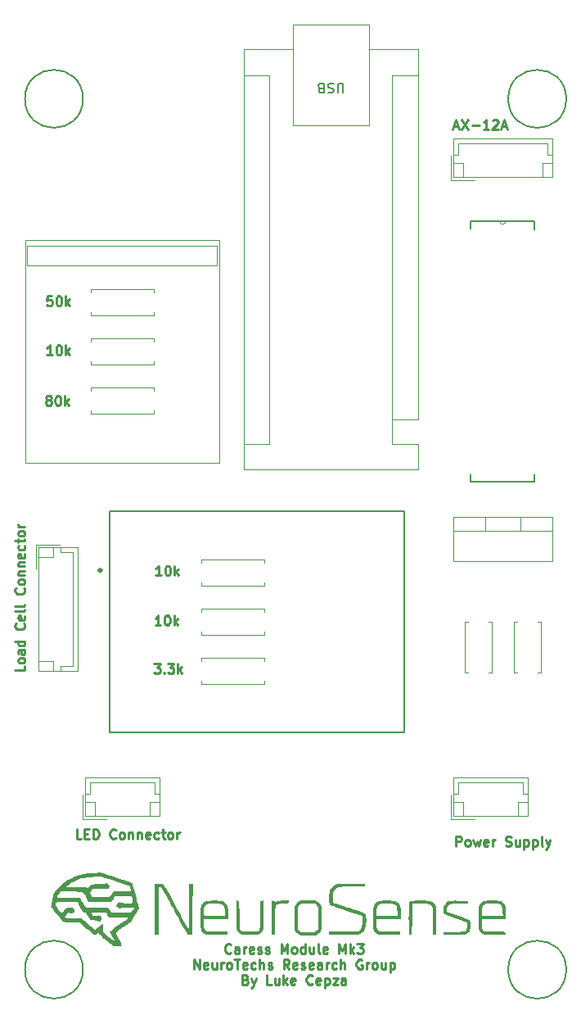
<source format=gbr>
%TF.GenerationSoftware,KiCad,Pcbnew,7.0.6*%
%TF.CreationDate,2023-07-23T20:46:28-06:00*%
%TF.ProjectId,Caress,43617265-7373-42e6-9b69-6361645f7063,2*%
%TF.SameCoordinates,Original*%
%TF.FileFunction,Legend,Top*%
%TF.FilePolarity,Positive*%
%FSLAX46Y46*%
G04 Gerber Fmt 4.6, Leading zero omitted, Abs format (unit mm)*
G04 Created by KiCad (PCBNEW 7.0.6) date 2023-07-23 20:46:28*
%MOMM*%
%LPD*%
G01*
G04 APERTURE LIST*
%ADD10C,0.200000*%
%ADD11C,0.250000*%
%ADD12C,0.150000*%
%ADD13C,0.120000*%
%ADD14C,0.152400*%
%ADD15C,0.100000*%
%ADD16C,0.127000*%
%ADD17C,0.300000*%
G04 APERTURE END LIST*
D10*
X48000000Y-45000000D02*
G75*
G03*
X48000000Y-45000000I-3000000J0D01*
G01*
X98000000Y-45000000D02*
G75*
G03*
X98000000Y-45000000I-3000000J0D01*
G01*
X98000000Y-135000000D02*
G75*
G03*
X98000000Y-135000000I-3000000J0D01*
G01*
X48000000Y-135000000D02*
G75*
G03*
X48000000Y-135000000I-3000000J0D01*
G01*
D11*
X56044106Y-99388403D02*
X55472678Y-99388403D01*
X55758392Y-99388403D02*
X55758392Y-98388403D01*
X55758392Y-98388403D02*
X55663154Y-98531260D01*
X55663154Y-98531260D02*
X55567916Y-98626498D01*
X55567916Y-98626498D02*
X55472678Y-98674117D01*
X56663154Y-98388403D02*
X56758392Y-98388403D01*
X56758392Y-98388403D02*
X56853630Y-98436022D01*
X56853630Y-98436022D02*
X56901249Y-98483641D01*
X56901249Y-98483641D02*
X56948868Y-98578879D01*
X56948868Y-98578879D02*
X56996487Y-98769355D01*
X56996487Y-98769355D02*
X56996487Y-99007450D01*
X56996487Y-99007450D02*
X56948868Y-99197926D01*
X56948868Y-99197926D02*
X56901249Y-99293164D01*
X56901249Y-99293164D02*
X56853630Y-99340784D01*
X56853630Y-99340784D02*
X56758392Y-99388403D01*
X56758392Y-99388403D02*
X56663154Y-99388403D01*
X56663154Y-99388403D02*
X56567916Y-99340784D01*
X56567916Y-99340784D02*
X56520297Y-99293164D01*
X56520297Y-99293164D02*
X56472678Y-99197926D01*
X56472678Y-99197926D02*
X56425059Y-99007450D01*
X56425059Y-99007450D02*
X56425059Y-98769355D01*
X56425059Y-98769355D02*
X56472678Y-98578879D01*
X56472678Y-98578879D02*
X56520297Y-98483641D01*
X56520297Y-98483641D02*
X56567916Y-98436022D01*
X56567916Y-98436022D02*
X56663154Y-98388403D01*
X57425059Y-99388403D02*
X57425059Y-98388403D01*
X57520297Y-99007450D02*
X57806011Y-99388403D01*
X57806011Y-98721736D02*
X57425059Y-99102688D01*
X86372558Y-47866098D02*
X86848748Y-47866098D01*
X86277320Y-48151813D02*
X86610653Y-47151813D01*
X86610653Y-47151813D02*
X86943986Y-48151813D01*
X87182082Y-47151813D02*
X87848748Y-48151813D01*
X87848748Y-47151813D02*
X87182082Y-48151813D01*
X88229701Y-47770860D02*
X88991606Y-47770860D01*
X89991605Y-48151813D02*
X89420177Y-48151813D01*
X89705891Y-48151813D02*
X89705891Y-47151813D01*
X89705891Y-47151813D02*
X89610653Y-47294670D01*
X89610653Y-47294670D02*
X89515415Y-47389908D01*
X89515415Y-47389908D02*
X89420177Y-47437527D01*
X90372558Y-47247051D02*
X90420177Y-47199432D01*
X90420177Y-47199432D02*
X90515415Y-47151813D01*
X90515415Y-47151813D02*
X90753510Y-47151813D01*
X90753510Y-47151813D02*
X90848748Y-47199432D01*
X90848748Y-47199432D02*
X90896367Y-47247051D01*
X90896367Y-47247051D02*
X90943986Y-47342289D01*
X90943986Y-47342289D02*
X90943986Y-47437527D01*
X90943986Y-47437527D02*
X90896367Y-47580384D01*
X90896367Y-47580384D02*
X90324939Y-48151813D01*
X90324939Y-48151813D02*
X90943986Y-48151813D01*
X91324939Y-47866098D02*
X91801129Y-47866098D01*
X91229701Y-48151813D02*
X91563034Y-47151813D01*
X91563034Y-47151813D02*
X91896367Y-48151813D01*
X44841944Y-71461099D02*
X44270516Y-71461099D01*
X44556230Y-71461099D02*
X44556230Y-70461099D01*
X44556230Y-70461099D02*
X44460992Y-70603956D01*
X44460992Y-70603956D02*
X44365754Y-70699194D01*
X44365754Y-70699194D02*
X44270516Y-70746813D01*
X45460992Y-70461099D02*
X45556230Y-70461099D01*
X45556230Y-70461099D02*
X45651468Y-70508718D01*
X45651468Y-70508718D02*
X45699087Y-70556337D01*
X45699087Y-70556337D02*
X45746706Y-70651575D01*
X45746706Y-70651575D02*
X45794325Y-70842051D01*
X45794325Y-70842051D02*
X45794325Y-71080146D01*
X45794325Y-71080146D02*
X45746706Y-71270622D01*
X45746706Y-71270622D02*
X45699087Y-71365860D01*
X45699087Y-71365860D02*
X45651468Y-71413480D01*
X45651468Y-71413480D02*
X45556230Y-71461099D01*
X45556230Y-71461099D02*
X45460992Y-71461099D01*
X45460992Y-71461099D02*
X45365754Y-71413480D01*
X45365754Y-71413480D02*
X45318135Y-71365860D01*
X45318135Y-71365860D02*
X45270516Y-71270622D01*
X45270516Y-71270622D02*
X45222897Y-71080146D01*
X45222897Y-71080146D02*
X45222897Y-70842051D01*
X45222897Y-70842051D02*
X45270516Y-70651575D01*
X45270516Y-70651575D02*
X45318135Y-70556337D01*
X45318135Y-70556337D02*
X45365754Y-70508718D01*
X45365754Y-70508718D02*
X45460992Y-70461099D01*
X46222897Y-71461099D02*
X46222897Y-70461099D01*
X46318135Y-71080146D02*
X46603849Y-71461099D01*
X46603849Y-70794432D02*
X46222897Y-71175384D01*
X41975753Y-103610430D02*
X41975753Y-104086620D01*
X41975753Y-104086620D02*
X40975753Y-104086620D01*
X41975753Y-103134239D02*
X41928134Y-103229477D01*
X41928134Y-103229477D02*
X41880514Y-103277096D01*
X41880514Y-103277096D02*
X41785276Y-103324715D01*
X41785276Y-103324715D02*
X41499562Y-103324715D01*
X41499562Y-103324715D02*
X41404324Y-103277096D01*
X41404324Y-103277096D02*
X41356705Y-103229477D01*
X41356705Y-103229477D02*
X41309086Y-103134239D01*
X41309086Y-103134239D02*
X41309086Y-102991382D01*
X41309086Y-102991382D02*
X41356705Y-102896144D01*
X41356705Y-102896144D02*
X41404324Y-102848525D01*
X41404324Y-102848525D02*
X41499562Y-102800906D01*
X41499562Y-102800906D02*
X41785276Y-102800906D01*
X41785276Y-102800906D02*
X41880514Y-102848525D01*
X41880514Y-102848525D02*
X41928134Y-102896144D01*
X41928134Y-102896144D02*
X41975753Y-102991382D01*
X41975753Y-102991382D02*
X41975753Y-103134239D01*
X41975753Y-101943763D02*
X41451943Y-101943763D01*
X41451943Y-101943763D02*
X41356705Y-101991382D01*
X41356705Y-101991382D02*
X41309086Y-102086620D01*
X41309086Y-102086620D02*
X41309086Y-102277096D01*
X41309086Y-102277096D02*
X41356705Y-102372334D01*
X41928134Y-101943763D02*
X41975753Y-102039001D01*
X41975753Y-102039001D02*
X41975753Y-102277096D01*
X41975753Y-102277096D02*
X41928134Y-102372334D01*
X41928134Y-102372334D02*
X41832895Y-102419953D01*
X41832895Y-102419953D02*
X41737657Y-102419953D01*
X41737657Y-102419953D02*
X41642419Y-102372334D01*
X41642419Y-102372334D02*
X41594800Y-102277096D01*
X41594800Y-102277096D02*
X41594800Y-102039001D01*
X41594800Y-102039001D02*
X41547181Y-101943763D01*
X41975753Y-101039001D02*
X40975753Y-101039001D01*
X41928134Y-101039001D02*
X41975753Y-101134239D01*
X41975753Y-101134239D02*
X41975753Y-101324715D01*
X41975753Y-101324715D02*
X41928134Y-101419953D01*
X41928134Y-101419953D02*
X41880514Y-101467572D01*
X41880514Y-101467572D02*
X41785276Y-101515191D01*
X41785276Y-101515191D02*
X41499562Y-101515191D01*
X41499562Y-101515191D02*
X41404324Y-101467572D01*
X41404324Y-101467572D02*
X41356705Y-101419953D01*
X41356705Y-101419953D02*
X41309086Y-101324715D01*
X41309086Y-101324715D02*
X41309086Y-101134239D01*
X41309086Y-101134239D02*
X41356705Y-101039001D01*
X41880514Y-99229477D02*
X41928134Y-99277096D01*
X41928134Y-99277096D02*
X41975753Y-99419953D01*
X41975753Y-99419953D02*
X41975753Y-99515191D01*
X41975753Y-99515191D02*
X41928134Y-99658048D01*
X41928134Y-99658048D02*
X41832895Y-99753286D01*
X41832895Y-99753286D02*
X41737657Y-99800905D01*
X41737657Y-99800905D02*
X41547181Y-99848524D01*
X41547181Y-99848524D02*
X41404324Y-99848524D01*
X41404324Y-99848524D02*
X41213848Y-99800905D01*
X41213848Y-99800905D02*
X41118610Y-99753286D01*
X41118610Y-99753286D02*
X41023372Y-99658048D01*
X41023372Y-99658048D02*
X40975753Y-99515191D01*
X40975753Y-99515191D02*
X40975753Y-99419953D01*
X40975753Y-99419953D02*
X41023372Y-99277096D01*
X41023372Y-99277096D02*
X41070991Y-99229477D01*
X41928134Y-98419953D02*
X41975753Y-98515191D01*
X41975753Y-98515191D02*
X41975753Y-98705667D01*
X41975753Y-98705667D02*
X41928134Y-98800905D01*
X41928134Y-98800905D02*
X41832895Y-98848524D01*
X41832895Y-98848524D02*
X41451943Y-98848524D01*
X41451943Y-98848524D02*
X41356705Y-98800905D01*
X41356705Y-98800905D02*
X41309086Y-98705667D01*
X41309086Y-98705667D02*
X41309086Y-98515191D01*
X41309086Y-98515191D02*
X41356705Y-98419953D01*
X41356705Y-98419953D02*
X41451943Y-98372334D01*
X41451943Y-98372334D02*
X41547181Y-98372334D01*
X41547181Y-98372334D02*
X41642419Y-98848524D01*
X41975753Y-97800905D02*
X41928134Y-97896143D01*
X41928134Y-97896143D02*
X41832895Y-97943762D01*
X41832895Y-97943762D02*
X40975753Y-97943762D01*
X41975753Y-97277095D02*
X41928134Y-97372333D01*
X41928134Y-97372333D02*
X41832895Y-97419952D01*
X41832895Y-97419952D02*
X40975753Y-97419952D01*
X41880514Y-95562809D02*
X41928134Y-95610428D01*
X41928134Y-95610428D02*
X41975753Y-95753285D01*
X41975753Y-95753285D02*
X41975753Y-95848523D01*
X41975753Y-95848523D02*
X41928134Y-95991380D01*
X41928134Y-95991380D02*
X41832895Y-96086618D01*
X41832895Y-96086618D02*
X41737657Y-96134237D01*
X41737657Y-96134237D02*
X41547181Y-96181856D01*
X41547181Y-96181856D02*
X41404324Y-96181856D01*
X41404324Y-96181856D02*
X41213848Y-96134237D01*
X41213848Y-96134237D02*
X41118610Y-96086618D01*
X41118610Y-96086618D02*
X41023372Y-95991380D01*
X41023372Y-95991380D02*
X40975753Y-95848523D01*
X40975753Y-95848523D02*
X40975753Y-95753285D01*
X40975753Y-95753285D02*
X41023372Y-95610428D01*
X41023372Y-95610428D02*
X41070991Y-95562809D01*
X41975753Y-94991380D02*
X41928134Y-95086618D01*
X41928134Y-95086618D02*
X41880514Y-95134237D01*
X41880514Y-95134237D02*
X41785276Y-95181856D01*
X41785276Y-95181856D02*
X41499562Y-95181856D01*
X41499562Y-95181856D02*
X41404324Y-95134237D01*
X41404324Y-95134237D02*
X41356705Y-95086618D01*
X41356705Y-95086618D02*
X41309086Y-94991380D01*
X41309086Y-94991380D02*
X41309086Y-94848523D01*
X41309086Y-94848523D02*
X41356705Y-94753285D01*
X41356705Y-94753285D02*
X41404324Y-94705666D01*
X41404324Y-94705666D02*
X41499562Y-94658047D01*
X41499562Y-94658047D02*
X41785276Y-94658047D01*
X41785276Y-94658047D02*
X41880514Y-94705666D01*
X41880514Y-94705666D02*
X41928134Y-94753285D01*
X41928134Y-94753285D02*
X41975753Y-94848523D01*
X41975753Y-94848523D02*
X41975753Y-94991380D01*
X41309086Y-94229475D02*
X41975753Y-94229475D01*
X41404324Y-94229475D02*
X41356705Y-94181856D01*
X41356705Y-94181856D02*
X41309086Y-94086618D01*
X41309086Y-94086618D02*
X41309086Y-93943761D01*
X41309086Y-93943761D02*
X41356705Y-93848523D01*
X41356705Y-93848523D02*
X41451943Y-93800904D01*
X41451943Y-93800904D02*
X41975753Y-93800904D01*
X41309086Y-93324713D02*
X41975753Y-93324713D01*
X41404324Y-93324713D02*
X41356705Y-93277094D01*
X41356705Y-93277094D02*
X41309086Y-93181856D01*
X41309086Y-93181856D02*
X41309086Y-93038999D01*
X41309086Y-93038999D02*
X41356705Y-92943761D01*
X41356705Y-92943761D02*
X41451943Y-92896142D01*
X41451943Y-92896142D02*
X41975753Y-92896142D01*
X41928134Y-92038999D02*
X41975753Y-92134237D01*
X41975753Y-92134237D02*
X41975753Y-92324713D01*
X41975753Y-92324713D02*
X41928134Y-92419951D01*
X41928134Y-92419951D02*
X41832895Y-92467570D01*
X41832895Y-92467570D02*
X41451943Y-92467570D01*
X41451943Y-92467570D02*
X41356705Y-92419951D01*
X41356705Y-92419951D02*
X41309086Y-92324713D01*
X41309086Y-92324713D02*
X41309086Y-92134237D01*
X41309086Y-92134237D02*
X41356705Y-92038999D01*
X41356705Y-92038999D02*
X41451943Y-91991380D01*
X41451943Y-91991380D02*
X41547181Y-91991380D01*
X41547181Y-91991380D02*
X41642419Y-92467570D01*
X41928134Y-91134237D02*
X41975753Y-91229475D01*
X41975753Y-91229475D02*
X41975753Y-91419951D01*
X41975753Y-91419951D02*
X41928134Y-91515189D01*
X41928134Y-91515189D02*
X41880514Y-91562808D01*
X41880514Y-91562808D02*
X41785276Y-91610427D01*
X41785276Y-91610427D02*
X41499562Y-91610427D01*
X41499562Y-91610427D02*
X41404324Y-91562808D01*
X41404324Y-91562808D02*
X41356705Y-91515189D01*
X41356705Y-91515189D02*
X41309086Y-91419951D01*
X41309086Y-91419951D02*
X41309086Y-91229475D01*
X41309086Y-91229475D02*
X41356705Y-91134237D01*
X41309086Y-90848522D02*
X41309086Y-90467570D01*
X40975753Y-90705665D02*
X41832895Y-90705665D01*
X41832895Y-90705665D02*
X41928134Y-90658046D01*
X41928134Y-90658046D02*
X41975753Y-90562808D01*
X41975753Y-90562808D02*
X41975753Y-90467570D01*
X41975753Y-89991379D02*
X41928134Y-90086617D01*
X41928134Y-90086617D02*
X41880514Y-90134236D01*
X41880514Y-90134236D02*
X41785276Y-90181855D01*
X41785276Y-90181855D02*
X41499562Y-90181855D01*
X41499562Y-90181855D02*
X41404324Y-90134236D01*
X41404324Y-90134236D02*
X41356705Y-90086617D01*
X41356705Y-90086617D02*
X41309086Y-89991379D01*
X41309086Y-89991379D02*
X41309086Y-89848522D01*
X41309086Y-89848522D02*
X41356705Y-89753284D01*
X41356705Y-89753284D02*
X41404324Y-89705665D01*
X41404324Y-89705665D02*
X41499562Y-89658046D01*
X41499562Y-89658046D02*
X41785276Y-89658046D01*
X41785276Y-89658046D02*
X41880514Y-89705665D01*
X41880514Y-89705665D02*
X41928134Y-89753284D01*
X41928134Y-89753284D02*
X41975753Y-89848522D01*
X41975753Y-89848522D02*
X41975753Y-89991379D01*
X41975753Y-89229474D02*
X41309086Y-89229474D01*
X41499562Y-89229474D02*
X41404324Y-89181855D01*
X41404324Y-89181855D02*
X41356705Y-89134236D01*
X41356705Y-89134236D02*
X41309086Y-89038998D01*
X41309086Y-89038998D02*
X41309086Y-88943760D01*
X55355762Y-103377808D02*
X55974809Y-103377808D01*
X55974809Y-103377808D02*
X55641476Y-103758760D01*
X55641476Y-103758760D02*
X55784333Y-103758760D01*
X55784333Y-103758760D02*
X55879571Y-103806379D01*
X55879571Y-103806379D02*
X55927190Y-103853998D01*
X55927190Y-103853998D02*
X55974809Y-103949236D01*
X55974809Y-103949236D02*
X55974809Y-104187331D01*
X55974809Y-104187331D02*
X55927190Y-104282569D01*
X55927190Y-104282569D02*
X55879571Y-104330189D01*
X55879571Y-104330189D02*
X55784333Y-104377808D01*
X55784333Y-104377808D02*
X55498619Y-104377808D01*
X55498619Y-104377808D02*
X55403381Y-104330189D01*
X55403381Y-104330189D02*
X55355762Y-104282569D01*
X56403381Y-104282569D02*
X56451000Y-104330189D01*
X56451000Y-104330189D02*
X56403381Y-104377808D01*
X56403381Y-104377808D02*
X56355762Y-104330189D01*
X56355762Y-104330189D02*
X56403381Y-104282569D01*
X56403381Y-104282569D02*
X56403381Y-104377808D01*
X56784333Y-103377808D02*
X57403380Y-103377808D01*
X57403380Y-103377808D02*
X57070047Y-103758760D01*
X57070047Y-103758760D02*
X57212904Y-103758760D01*
X57212904Y-103758760D02*
X57308142Y-103806379D01*
X57308142Y-103806379D02*
X57355761Y-103853998D01*
X57355761Y-103853998D02*
X57403380Y-103949236D01*
X57403380Y-103949236D02*
X57403380Y-104187331D01*
X57403380Y-104187331D02*
X57355761Y-104282569D01*
X57355761Y-104282569D02*
X57308142Y-104330189D01*
X57308142Y-104330189D02*
X57212904Y-104377808D01*
X57212904Y-104377808D02*
X56927190Y-104377808D01*
X56927190Y-104377808D02*
X56831952Y-104330189D01*
X56831952Y-104330189D02*
X56784333Y-104282569D01*
X57831952Y-104377808D02*
X57831952Y-103377808D01*
X57927190Y-103996855D02*
X58212904Y-104377808D01*
X58212904Y-103711141D02*
X57831952Y-104092093D01*
X56113403Y-94260402D02*
X55541975Y-94260402D01*
X55827689Y-94260402D02*
X55827689Y-93260402D01*
X55827689Y-93260402D02*
X55732451Y-93403259D01*
X55732451Y-93403259D02*
X55637213Y-93498497D01*
X55637213Y-93498497D02*
X55541975Y-93546116D01*
X56732451Y-93260402D02*
X56827689Y-93260402D01*
X56827689Y-93260402D02*
X56922927Y-93308021D01*
X56922927Y-93308021D02*
X56970546Y-93355640D01*
X56970546Y-93355640D02*
X57018165Y-93450878D01*
X57018165Y-93450878D02*
X57065784Y-93641354D01*
X57065784Y-93641354D02*
X57065784Y-93879449D01*
X57065784Y-93879449D02*
X57018165Y-94069925D01*
X57018165Y-94069925D02*
X56970546Y-94165163D01*
X56970546Y-94165163D02*
X56922927Y-94212783D01*
X56922927Y-94212783D02*
X56827689Y-94260402D01*
X56827689Y-94260402D02*
X56732451Y-94260402D01*
X56732451Y-94260402D02*
X56637213Y-94212783D01*
X56637213Y-94212783D02*
X56589594Y-94165163D01*
X56589594Y-94165163D02*
X56541975Y-94069925D01*
X56541975Y-94069925D02*
X56494356Y-93879449D01*
X56494356Y-93879449D02*
X56494356Y-93641354D01*
X56494356Y-93641354D02*
X56541975Y-93450878D01*
X56541975Y-93450878D02*
X56589594Y-93355640D01*
X56589594Y-93355640D02*
X56637213Y-93308021D01*
X56637213Y-93308021D02*
X56732451Y-93260402D01*
X57494356Y-94260402D02*
X57494356Y-93260402D01*
X57589594Y-93879449D02*
X57875308Y-94260402D01*
X57875308Y-93593735D02*
X57494356Y-93974687D01*
X63313905Y-133238608D02*
X63266286Y-133286228D01*
X63266286Y-133286228D02*
X63123429Y-133333847D01*
X63123429Y-133333847D02*
X63028191Y-133333847D01*
X63028191Y-133333847D02*
X62885334Y-133286228D01*
X62885334Y-133286228D02*
X62790096Y-133190989D01*
X62790096Y-133190989D02*
X62742477Y-133095751D01*
X62742477Y-133095751D02*
X62694858Y-132905275D01*
X62694858Y-132905275D02*
X62694858Y-132762418D01*
X62694858Y-132762418D02*
X62742477Y-132571942D01*
X62742477Y-132571942D02*
X62790096Y-132476704D01*
X62790096Y-132476704D02*
X62885334Y-132381466D01*
X62885334Y-132381466D02*
X63028191Y-132333847D01*
X63028191Y-132333847D02*
X63123429Y-132333847D01*
X63123429Y-132333847D02*
X63266286Y-132381466D01*
X63266286Y-132381466D02*
X63313905Y-132429085D01*
X64171048Y-133333847D02*
X64171048Y-132810037D01*
X64171048Y-132810037D02*
X64123429Y-132714799D01*
X64123429Y-132714799D02*
X64028191Y-132667180D01*
X64028191Y-132667180D02*
X63837715Y-132667180D01*
X63837715Y-132667180D02*
X63742477Y-132714799D01*
X64171048Y-133286228D02*
X64075810Y-133333847D01*
X64075810Y-133333847D02*
X63837715Y-133333847D01*
X63837715Y-133333847D02*
X63742477Y-133286228D01*
X63742477Y-133286228D02*
X63694858Y-133190989D01*
X63694858Y-133190989D02*
X63694858Y-133095751D01*
X63694858Y-133095751D02*
X63742477Y-133000513D01*
X63742477Y-133000513D02*
X63837715Y-132952894D01*
X63837715Y-132952894D02*
X64075810Y-132952894D01*
X64075810Y-132952894D02*
X64171048Y-132905275D01*
X64647239Y-133333847D02*
X64647239Y-132667180D01*
X64647239Y-132857656D02*
X64694858Y-132762418D01*
X64694858Y-132762418D02*
X64742477Y-132714799D01*
X64742477Y-132714799D02*
X64837715Y-132667180D01*
X64837715Y-132667180D02*
X64932953Y-132667180D01*
X65647239Y-133286228D02*
X65552001Y-133333847D01*
X65552001Y-133333847D02*
X65361525Y-133333847D01*
X65361525Y-133333847D02*
X65266287Y-133286228D01*
X65266287Y-133286228D02*
X65218668Y-133190989D01*
X65218668Y-133190989D02*
X65218668Y-132810037D01*
X65218668Y-132810037D02*
X65266287Y-132714799D01*
X65266287Y-132714799D02*
X65361525Y-132667180D01*
X65361525Y-132667180D02*
X65552001Y-132667180D01*
X65552001Y-132667180D02*
X65647239Y-132714799D01*
X65647239Y-132714799D02*
X65694858Y-132810037D01*
X65694858Y-132810037D02*
X65694858Y-132905275D01*
X65694858Y-132905275D02*
X65218668Y-133000513D01*
X66075811Y-133286228D02*
X66171049Y-133333847D01*
X66171049Y-133333847D02*
X66361525Y-133333847D01*
X66361525Y-133333847D02*
X66456763Y-133286228D01*
X66456763Y-133286228D02*
X66504382Y-133190989D01*
X66504382Y-133190989D02*
X66504382Y-133143370D01*
X66504382Y-133143370D02*
X66456763Y-133048132D01*
X66456763Y-133048132D02*
X66361525Y-133000513D01*
X66361525Y-133000513D02*
X66218668Y-133000513D01*
X66218668Y-133000513D02*
X66123430Y-132952894D01*
X66123430Y-132952894D02*
X66075811Y-132857656D01*
X66075811Y-132857656D02*
X66075811Y-132810037D01*
X66075811Y-132810037D02*
X66123430Y-132714799D01*
X66123430Y-132714799D02*
X66218668Y-132667180D01*
X66218668Y-132667180D02*
X66361525Y-132667180D01*
X66361525Y-132667180D02*
X66456763Y-132714799D01*
X66885335Y-133286228D02*
X66980573Y-133333847D01*
X66980573Y-133333847D02*
X67171049Y-133333847D01*
X67171049Y-133333847D02*
X67266287Y-133286228D01*
X67266287Y-133286228D02*
X67313906Y-133190989D01*
X67313906Y-133190989D02*
X67313906Y-133143370D01*
X67313906Y-133143370D02*
X67266287Y-133048132D01*
X67266287Y-133048132D02*
X67171049Y-133000513D01*
X67171049Y-133000513D02*
X67028192Y-133000513D01*
X67028192Y-133000513D02*
X66932954Y-132952894D01*
X66932954Y-132952894D02*
X66885335Y-132857656D01*
X66885335Y-132857656D02*
X66885335Y-132810037D01*
X66885335Y-132810037D02*
X66932954Y-132714799D01*
X66932954Y-132714799D02*
X67028192Y-132667180D01*
X67028192Y-132667180D02*
X67171049Y-132667180D01*
X67171049Y-132667180D02*
X67266287Y-132714799D01*
X68504383Y-133333847D02*
X68504383Y-132333847D01*
X68504383Y-132333847D02*
X68837716Y-133048132D01*
X68837716Y-133048132D02*
X69171049Y-132333847D01*
X69171049Y-132333847D02*
X69171049Y-133333847D01*
X69790097Y-133333847D02*
X69694859Y-133286228D01*
X69694859Y-133286228D02*
X69647240Y-133238608D01*
X69647240Y-133238608D02*
X69599621Y-133143370D01*
X69599621Y-133143370D02*
X69599621Y-132857656D01*
X69599621Y-132857656D02*
X69647240Y-132762418D01*
X69647240Y-132762418D02*
X69694859Y-132714799D01*
X69694859Y-132714799D02*
X69790097Y-132667180D01*
X69790097Y-132667180D02*
X69932954Y-132667180D01*
X69932954Y-132667180D02*
X70028192Y-132714799D01*
X70028192Y-132714799D02*
X70075811Y-132762418D01*
X70075811Y-132762418D02*
X70123430Y-132857656D01*
X70123430Y-132857656D02*
X70123430Y-133143370D01*
X70123430Y-133143370D02*
X70075811Y-133238608D01*
X70075811Y-133238608D02*
X70028192Y-133286228D01*
X70028192Y-133286228D02*
X69932954Y-133333847D01*
X69932954Y-133333847D02*
X69790097Y-133333847D01*
X70980573Y-133333847D02*
X70980573Y-132333847D01*
X70980573Y-133286228D02*
X70885335Y-133333847D01*
X70885335Y-133333847D02*
X70694859Y-133333847D01*
X70694859Y-133333847D02*
X70599621Y-133286228D01*
X70599621Y-133286228D02*
X70552002Y-133238608D01*
X70552002Y-133238608D02*
X70504383Y-133143370D01*
X70504383Y-133143370D02*
X70504383Y-132857656D01*
X70504383Y-132857656D02*
X70552002Y-132762418D01*
X70552002Y-132762418D02*
X70599621Y-132714799D01*
X70599621Y-132714799D02*
X70694859Y-132667180D01*
X70694859Y-132667180D02*
X70885335Y-132667180D01*
X70885335Y-132667180D02*
X70980573Y-132714799D01*
X71885335Y-132667180D02*
X71885335Y-133333847D01*
X71456764Y-132667180D02*
X71456764Y-133190989D01*
X71456764Y-133190989D02*
X71504383Y-133286228D01*
X71504383Y-133286228D02*
X71599621Y-133333847D01*
X71599621Y-133333847D02*
X71742478Y-133333847D01*
X71742478Y-133333847D02*
X71837716Y-133286228D01*
X71837716Y-133286228D02*
X71885335Y-133238608D01*
X72504383Y-133333847D02*
X72409145Y-133286228D01*
X72409145Y-133286228D02*
X72361526Y-133190989D01*
X72361526Y-133190989D02*
X72361526Y-132333847D01*
X73266288Y-133286228D02*
X73171050Y-133333847D01*
X73171050Y-133333847D02*
X72980574Y-133333847D01*
X72980574Y-133333847D02*
X72885336Y-133286228D01*
X72885336Y-133286228D02*
X72837717Y-133190989D01*
X72837717Y-133190989D02*
X72837717Y-132810037D01*
X72837717Y-132810037D02*
X72885336Y-132714799D01*
X72885336Y-132714799D02*
X72980574Y-132667180D01*
X72980574Y-132667180D02*
X73171050Y-132667180D01*
X73171050Y-132667180D02*
X73266288Y-132714799D01*
X73266288Y-132714799D02*
X73313907Y-132810037D01*
X73313907Y-132810037D02*
X73313907Y-132905275D01*
X73313907Y-132905275D02*
X72837717Y-133000513D01*
X74504384Y-133333847D02*
X74504384Y-132333847D01*
X74504384Y-132333847D02*
X74837717Y-133048132D01*
X74837717Y-133048132D02*
X75171050Y-132333847D01*
X75171050Y-132333847D02*
X75171050Y-133333847D01*
X75647241Y-133333847D02*
X75647241Y-132333847D01*
X75742479Y-132952894D02*
X76028193Y-133333847D01*
X76028193Y-132667180D02*
X75647241Y-133048132D01*
X76361527Y-132333847D02*
X76980574Y-132333847D01*
X76980574Y-132333847D02*
X76647241Y-132714799D01*
X76647241Y-132714799D02*
X76790098Y-132714799D01*
X76790098Y-132714799D02*
X76885336Y-132762418D01*
X76885336Y-132762418D02*
X76932955Y-132810037D01*
X76932955Y-132810037D02*
X76980574Y-132905275D01*
X76980574Y-132905275D02*
X76980574Y-133143370D01*
X76980574Y-133143370D02*
X76932955Y-133238608D01*
X76932955Y-133238608D02*
X76885336Y-133286228D01*
X76885336Y-133286228D02*
X76790098Y-133333847D01*
X76790098Y-133333847D02*
X76504384Y-133333847D01*
X76504384Y-133333847D02*
X76409146Y-133286228D01*
X76409146Y-133286228D02*
X76361527Y-133238608D01*
X59480571Y-134943847D02*
X59480571Y-133943847D01*
X59480571Y-133943847D02*
X60051999Y-134943847D01*
X60051999Y-134943847D02*
X60051999Y-133943847D01*
X60909142Y-134896228D02*
X60813904Y-134943847D01*
X60813904Y-134943847D02*
X60623428Y-134943847D01*
X60623428Y-134943847D02*
X60528190Y-134896228D01*
X60528190Y-134896228D02*
X60480571Y-134800989D01*
X60480571Y-134800989D02*
X60480571Y-134420037D01*
X60480571Y-134420037D02*
X60528190Y-134324799D01*
X60528190Y-134324799D02*
X60623428Y-134277180D01*
X60623428Y-134277180D02*
X60813904Y-134277180D01*
X60813904Y-134277180D02*
X60909142Y-134324799D01*
X60909142Y-134324799D02*
X60956761Y-134420037D01*
X60956761Y-134420037D02*
X60956761Y-134515275D01*
X60956761Y-134515275D02*
X60480571Y-134610513D01*
X61813904Y-134277180D02*
X61813904Y-134943847D01*
X61385333Y-134277180D02*
X61385333Y-134800989D01*
X61385333Y-134800989D02*
X61432952Y-134896228D01*
X61432952Y-134896228D02*
X61528190Y-134943847D01*
X61528190Y-134943847D02*
X61671047Y-134943847D01*
X61671047Y-134943847D02*
X61766285Y-134896228D01*
X61766285Y-134896228D02*
X61813904Y-134848608D01*
X62290095Y-134943847D02*
X62290095Y-134277180D01*
X62290095Y-134467656D02*
X62337714Y-134372418D01*
X62337714Y-134372418D02*
X62385333Y-134324799D01*
X62385333Y-134324799D02*
X62480571Y-134277180D01*
X62480571Y-134277180D02*
X62575809Y-134277180D01*
X63052000Y-134943847D02*
X62956762Y-134896228D01*
X62956762Y-134896228D02*
X62909143Y-134848608D01*
X62909143Y-134848608D02*
X62861524Y-134753370D01*
X62861524Y-134753370D02*
X62861524Y-134467656D01*
X62861524Y-134467656D02*
X62909143Y-134372418D01*
X62909143Y-134372418D02*
X62956762Y-134324799D01*
X62956762Y-134324799D02*
X63052000Y-134277180D01*
X63052000Y-134277180D02*
X63194857Y-134277180D01*
X63194857Y-134277180D02*
X63290095Y-134324799D01*
X63290095Y-134324799D02*
X63337714Y-134372418D01*
X63337714Y-134372418D02*
X63385333Y-134467656D01*
X63385333Y-134467656D02*
X63385333Y-134753370D01*
X63385333Y-134753370D02*
X63337714Y-134848608D01*
X63337714Y-134848608D02*
X63290095Y-134896228D01*
X63290095Y-134896228D02*
X63194857Y-134943847D01*
X63194857Y-134943847D02*
X63052000Y-134943847D01*
X63671048Y-133943847D02*
X64242476Y-133943847D01*
X63956762Y-134943847D02*
X63956762Y-133943847D01*
X64956762Y-134896228D02*
X64861524Y-134943847D01*
X64861524Y-134943847D02*
X64671048Y-134943847D01*
X64671048Y-134943847D02*
X64575810Y-134896228D01*
X64575810Y-134896228D02*
X64528191Y-134800989D01*
X64528191Y-134800989D02*
X64528191Y-134420037D01*
X64528191Y-134420037D02*
X64575810Y-134324799D01*
X64575810Y-134324799D02*
X64671048Y-134277180D01*
X64671048Y-134277180D02*
X64861524Y-134277180D01*
X64861524Y-134277180D02*
X64956762Y-134324799D01*
X64956762Y-134324799D02*
X65004381Y-134420037D01*
X65004381Y-134420037D02*
X65004381Y-134515275D01*
X65004381Y-134515275D02*
X64528191Y-134610513D01*
X65861524Y-134896228D02*
X65766286Y-134943847D01*
X65766286Y-134943847D02*
X65575810Y-134943847D01*
X65575810Y-134943847D02*
X65480572Y-134896228D01*
X65480572Y-134896228D02*
X65432953Y-134848608D01*
X65432953Y-134848608D02*
X65385334Y-134753370D01*
X65385334Y-134753370D02*
X65385334Y-134467656D01*
X65385334Y-134467656D02*
X65432953Y-134372418D01*
X65432953Y-134372418D02*
X65480572Y-134324799D01*
X65480572Y-134324799D02*
X65575810Y-134277180D01*
X65575810Y-134277180D02*
X65766286Y-134277180D01*
X65766286Y-134277180D02*
X65861524Y-134324799D01*
X66290096Y-134943847D02*
X66290096Y-133943847D01*
X66718667Y-134943847D02*
X66718667Y-134420037D01*
X66718667Y-134420037D02*
X66671048Y-134324799D01*
X66671048Y-134324799D02*
X66575810Y-134277180D01*
X66575810Y-134277180D02*
X66432953Y-134277180D01*
X66432953Y-134277180D02*
X66337715Y-134324799D01*
X66337715Y-134324799D02*
X66290096Y-134372418D01*
X67147239Y-134896228D02*
X67242477Y-134943847D01*
X67242477Y-134943847D02*
X67432953Y-134943847D01*
X67432953Y-134943847D02*
X67528191Y-134896228D01*
X67528191Y-134896228D02*
X67575810Y-134800989D01*
X67575810Y-134800989D02*
X67575810Y-134753370D01*
X67575810Y-134753370D02*
X67528191Y-134658132D01*
X67528191Y-134658132D02*
X67432953Y-134610513D01*
X67432953Y-134610513D02*
X67290096Y-134610513D01*
X67290096Y-134610513D02*
X67194858Y-134562894D01*
X67194858Y-134562894D02*
X67147239Y-134467656D01*
X67147239Y-134467656D02*
X67147239Y-134420037D01*
X67147239Y-134420037D02*
X67194858Y-134324799D01*
X67194858Y-134324799D02*
X67290096Y-134277180D01*
X67290096Y-134277180D02*
X67432953Y-134277180D01*
X67432953Y-134277180D02*
X67528191Y-134324799D01*
X69337715Y-134943847D02*
X69004382Y-134467656D01*
X68766287Y-134943847D02*
X68766287Y-133943847D01*
X68766287Y-133943847D02*
X69147239Y-133943847D01*
X69147239Y-133943847D02*
X69242477Y-133991466D01*
X69242477Y-133991466D02*
X69290096Y-134039085D01*
X69290096Y-134039085D02*
X69337715Y-134134323D01*
X69337715Y-134134323D02*
X69337715Y-134277180D01*
X69337715Y-134277180D02*
X69290096Y-134372418D01*
X69290096Y-134372418D02*
X69242477Y-134420037D01*
X69242477Y-134420037D02*
X69147239Y-134467656D01*
X69147239Y-134467656D02*
X68766287Y-134467656D01*
X70147239Y-134896228D02*
X70052001Y-134943847D01*
X70052001Y-134943847D02*
X69861525Y-134943847D01*
X69861525Y-134943847D02*
X69766287Y-134896228D01*
X69766287Y-134896228D02*
X69718668Y-134800989D01*
X69718668Y-134800989D02*
X69718668Y-134420037D01*
X69718668Y-134420037D02*
X69766287Y-134324799D01*
X69766287Y-134324799D02*
X69861525Y-134277180D01*
X69861525Y-134277180D02*
X70052001Y-134277180D01*
X70052001Y-134277180D02*
X70147239Y-134324799D01*
X70147239Y-134324799D02*
X70194858Y-134420037D01*
X70194858Y-134420037D02*
X70194858Y-134515275D01*
X70194858Y-134515275D02*
X69718668Y-134610513D01*
X70575811Y-134896228D02*
X70671049Y-134943847D01*
X70671049Y-134943847D02*
X70861525Y-134943847D01*
X70861525Y-134943847D02*
X70956763Y-134896228D01*
X70956763Y-134896228D02*
X71004382Y-134800989D01*
X71004382Y-134800989D02*
X71004382Y-134753370D01*
X71004382Y-134753370D02*
X70956763Y-134658132D01*
X70956763Y-134658132D02*
X70861525Y-134610513D01*
X70861525Y-134610513D02*
X70718668Y-134610513D01*
X70718668Y-134610513D02*
X70623430Y-134562894D01*
X70623430Y-134562894D02*
X70575811Y-134467656D01*
X70575811Y-134467656D02*
X70575811Y-134420037D01*
X70575811Y-134420037D02*
X70623430Y-134324799D01*
X70623430Y-134324799D02*
X70718668Y-134277180D01*
X70718668Y-134277180D02*
X70861525Y-134277180D01*
X70861525Y-134277180D02*
X70956763Y-134324799D01*
X71813906Y-134896228D02*
X71718668Y-134943847D01*
X71718668Y-134943847D02*
X71528192Y-134943847D01*
X71528192Y-134943847D02*
X71432954Y-134896228D01*
X71432954Y-134896228D02*
X71385335Y-134800989D01*
X71385335Y-134800989D02*
X71385335Y-134420037D01*
X71385335Y-134420037D02*
X71432954Y-134324799D01*
X71432954Y-134324799D02*
X71528192Y-134277180D01*
X71528192Y-134277180D02*
X71718668Y-134277180D01*
X71718668Y-134277180D02*
X71813906Y-134324799D01*
X71813906Y-134324799D02*
X71861525Y-134420037D01*
X71861525Y-134420037D02*
X71861525Y-134515275D01*
X71861525Y-134515275D02*
X71385335Y-134610513D01*
X72718668Y-134943847D02*
X72718668Y-134420037D01*
X72718668Y-134420037D02*
X72671049Y-134324799D01*
X72671049Y-134324799D02*
X72575811Y-134277180D01*
X72575811Y-134277180D02*
X72385335Y-134277180D01*
X72385335Y-134277180D02*
X72290097Y-134324799D01*
X72718668Y-134896228D02*
X72623430Y-134943847D01*
X72623430Y-134943847D02*
X72385335Y-134943847D01*
X72385335Y-134943847D02*
X72290097Y-134896228D01*
X72290097Y-134896228D02*
X72242478Y-134800989D01*
X72242478Y-134800989D02*
X72242478Y-134705751D01*
X72242478Y-134705751D02*
X72290097Y-134610513D01*
X72290097Y-134610513D02*
X72385335Y-134562894D01*
X72385335Y-134562894D02*
X72623430Y-134562894D01*
X72623430Y-134562894D02*
X72718668Y-134515275D01*
X73194859Y-134943847D02*
X73194859Y-134277180D01*
X73194859Y-134467656D02*
X73242478Y-134372418D01*
X73242478Y-134372418D02*
X73290097Y-134324799D01*
X73290097Y-134324799D02*
X73385335Y-134277180D01*
X73385335Y-134277180D02*
X73480573Y-134277180D01*
X74242478Y-134896228D02*
X74147240Y-134943847D01*
X74147240Y-134943847D02*
X73956764Y-134943847D01*
X73956764Y-134943847D02*
X73861526Y-134896228D01*
X73861526Y-134896228D02*
X73813907Y-134848608D01*
X73813907Y-134848608D02*
X73766288Y-134753370D01*
X73766288Y-134753370D02*
X73766288Y-134467656D01*
X73766288Y-134467656D02*
X73813907Y-134372418D01*
X73813907Y-134372418D02*
X73861526Y-134324799D01*
X73861526Y-134324799D02*
X73956764Y-134277180D01*
X73956764Y-134277180D02*
X74147240Y-134277180D01*
X74147240Y-134277180D02*
X74242478Y-134324799D01*
X74671050Y-134943847D02*
X74671050Y-133943847D01*
X75099621Y-134943847D02*
X75099621Y-134420037D01*
X75099621Y-134420037D02*
X75052002Y-134324799D01*
X75052002Y-134324799D02*
X74956764Y-134277180D01*
X74956764Y-134277180D02*
X74813907Y-134277180D01*
X74813907Y-134277180D02*
X74718669Y-134324799D01*
X74718669Y-134324799D02*
X74671050Y-134372418D01*
X76861526Y-133991466D02*
X76766288Y-133943847D01*
X76766288Y-133943847D02*
X76623431Y-133943847D01*
X76623431Y-133943847D02*
X76480574Y-133991466D01*
X76480574Y-133991466D02*
X76385336Y-134086704D01*
X76385336Y-134086704D02*
X76337717Y-134181942D01*
X76337717Y-134181942D02*
X76290098Y-134372418D01*
X76290098Y-134372418D02*
X76290098Y-134515275D01*
X76290098Y-134515275D02*
X76337717Y-134705751D01*
X76337717Y-134705751D02*
X76385336Y-134800989D01*
X76385336Y-134800989D02*
X76480574Y-134896228D01*
X76480574Y-134896228D02*
X76623431Y-134943847D01*
X76623431Y-134943847D02*
X76718669Y-134943847D01*
X76718669Y-134943847D02*
X76861526Y-134896228D01*
X76861526Y-134896228D02*
X76909145Y-134848608D01*
X76909145Y-134848608D02*
X76909145Y-134515275D01*
X76909145Y-134515275D02*
X76718669Y-134515275D01*
X77337717Y-134943847D02*
X77337717Y-134277180D01*
X77337717Y-134467656D02*
X77385336Y-134372418D01*
X77385336Y-134372418D02*
X77432955Y-134324799D01*
X77432955Y-134324799D02*
X77528193Y-134277180D01*
X77528193Y-134277180D02*
X77623431Y-134277180D01*
X78099622Y-134943847D02*
X78004384Y-134896228D01*
X78004384Y-134896228D02*
X77956765Y-134848608D01*
X77956765Y-134848608D02*
X77909146Y-134753370D01*
X77909146Y-134753370D02*
X77909146Y-134467656D01*
X77909146Y-134467656D02*
X77956765Y-134372418D01*
X77956765Y-134372418D02*
X78004384Y-134324799D01*
X78004384Y-134324799D02*
X78099622Y-134277180D01*
X78099622Y-134277180D02*
X78242479Y-134277180D01*
X78242479Y-134277180D02*
X78337717Y-134324799D01*
X78337717Y-134324799D02*
X78385336Y-134372418D01*
X78385336Y-134372418D02*
X78432955Y-134467656D01*
X78432955Y-134467656D02*
X78432955Y-134753370D01*
X78432955Y-134753370D02*
X78385336Y-134848608D01*
X78385336Y-134848608D02*
X78337717Y-134896228D01*
X78337717Y-134896228D02*
X78242479Y-134943847D01*
X78242479Y-134943847D02*
X78099622Y-134943847D01*
X79290098Y-134277180D02*
X79290098Y-134943847D01*
X78861527Y-134277180D02*
X78861527Y-134800989D01*
X78861527Y-134800989D02*
X78909146Y-134896228D01*
X78909146Y-134896228D02*
X79004384Y-134943847D01*
X79004384Y-134943847D02*
X79147241Y-134943847D01*
X79147241Y-134943847D02*
X79242479Y-134896228D01*
X79242479Y-134896228D02*
X79290098Y-134848608D01*
X79766289Y-134277180D02*
X79766289Y-135277180D01*
X79766289Y-134324799D02*
X79861527Y-134277180D01*
X79861527Y-134277180D02*
X80052003Y-134277180D01*
X80052003Y-134277180D02*
X80147241Y-134324799D01*
X80147241Y-134324799D02*
X80194860Y-134372418D01*
X80194860Y-134372418D02*
X80242479Y-134467656D01*
X80242479Y-134467656D02*
X80242479Y-134753370D01*
X80242479Y-134753370D02*
X80194860Y-134848608D01*
X80194860Y-134848608D02*
X80147241Y-134896228D01*
X80147241Y-134896228D02*
X80052003Y-134943847D01*
X80052003Y-134943847D02*
X79861527Y-134943847D01*
X79861527Y-134943847D02*
X79766289Y-134896228D01*
X64837715Y-136030037D02*
X64980572Y-136077656D01*
X64980572Y-136077656D02*
X65028191Y-136125275D01*
X65028191Y-136125275D02*
X65075810Y-136220513D01*
X65075810Y-136220513D02*
X65075810Y-136363370D01*
X65075810Y-136363370D02*
X65028191Y-136458608D01*
X65028191Y-136458608D02*
X64980572Y-136506228D01*
X64980572Y-136506228D02*
X64885334Y-136553847D01*
X64885334Y-136553847D02*
X64504382Y-136553847D01*
X64504382Y-136553847D02*
X64504382Y-135553847D01*
X64504382Y-135553847D02*
X64837715Y-135553847D01*
X64837715Y-135553847D02*
X64932953Y-135601466D01*
X64932953Y-135601466D02*
X64980572Y-135649085D01*
X64980572Y-135649085D02*
X65028191Y-135744323D01*
X65028191Y-135744323D02*
X65028191Y-135839561D01*
X65028191Y-135839561D02*
X64980572Y-135934799D01*
X64980572Y-135934799D02*
X64932953Y-135982418D01*
X64932953Y-135982418D02*
X64837715Y-136030037D01*
X64837715Y-136030037D02*
X64504382Y-136030037D01*
X65409144Y-135887180D02*
X65647239Y-136553847D01*
X65885334Y-135887180D02*
X65647239Y-136553847D01*
X65647239Y-136553847D02*
X65552001Y-136791942D01*
X65552001Y-136791942D02*
X65504382Y-136839561D01*
X65504382Y-136839561D02*
X65409144Y-136887180D01*
X67504382Y-136553847D02*
X67028192Y-136553847D01*
X67028192Y-136553847D02*
X67028192Y-135553847D01*
X68266287Y-135887180D02*
X68266287Y-136553847D01*
X67837716Y-135887180D02*
X67837716Y-136410989D01*
X67837716Y-136410989D02*
X67885335Y-136506228D01*
X67885335Y-136506228D02*
X67980573Y-136553847D01*
X67980573Y-136553847D02*
X68123430Y-136553847D01*
X68123430Y-136553847D02*
X68218668Y-136506228D01*
X68218668Y-136506228D02*
X68266287Y-136458608D01*
X68742478Y-136553847D02*
X68742478Y-135553847D01*
X68837716Y-136172894D02*
X69123430Y-136553847D01*
X69123430Y-135887180D02*
X68742478Y-136268132D01*
X69932954Y-136506228D02*
X69837716Y-136553847D01*
X69837716Y-136553847D02*
X69647240Y-136553847D01*
X69647240Y-136553847D02*
X69552002Y-136506228D01*
X69552002Y-136506228D02*
X69504383Y-136410989D01*
X69504383Y-136410989D02*
X69504383Y-136030037D01*
X69504383Y-136030037D02*
X69552002Y-135934799D01*
X69552002Y-135934799D02*
X69647240Y-135887180D01*
X69647240Y-135887180D02*
X69837716Y-135887180D01*
X69837716Y-135887180D02*
X69932954Y-135934799D01*
X69932954Y-135934799D02*
X69980573Y-136030037D01*
X69980573Y-136030037D02*
X69980573Y-136125275D01*
X69980573Y-136125275D02*
X69504383Y-136220513D01*
X71742478Y-136458608D02*
X71694859Y-136506228D01*
X71694859Y-136506228D02*
X71552002Y-136553847D01*
X71552002Y-136553847D02*
X71456764Y-136553847D01*
X71456764Y-136553847D02*
X71313907Y-136506228D01*
X71313907Y-136506228D02*
X71218669Y-136410989D01*
X71218669Y-136410989D02*
X71171050Y-136315751D01*
X71171050Y-136315751D02*
X71123431Y-136125275D01*
X71123431Y-136125275D02*
X71123431Y-135982418D01*
X71123431Y-135982418D02*
X71171050Y-135791942D01*
X71171050Y-135791942D02*
X71218669Y-135696704D01*
X71218669Y-135696704D02*
X71313907Y-135601466D01*
X71313907Y-135601466D02*
X71456764Y-135553847D01*
X71456764Y-135553847D02*
X71552002Y-135553847D01*
X71552002Y-135553847D02*
X71694859Y-135601466D01*
X71694859Y-135601466D02*
X71742478Y-135649085D01*
X72552002Y-136506228D02*
X72456764Y-136553847D01*
X72456764Y-136553847D02*
X72266288Y-136553847D01*
X72266288Y-136553847D02*
X72171050Y-136506228D01*
X72171050Y-136506228D02*
X72123431Y-136410989D01*
X72123431Y-136410989D02*
X72123431Y-136030037D01*
X72123431Y-136030037D02*
X72171050Y-135934799D01*
X72171050Y-135934799D02*
X72266288Y-135887180D01*
X72266288Y-135887180D02*
X72456764Y-135887180D01*
X72456764Y-135887180D02*
X72552002Y-135934799D01*
X72552002Y-135934799D02*
X72599621Y-136030037D01*
X72599621Y-136030037D02*
X72599621Y-136125275D01*
X72599621Y-136125275D02*
X72123431Y-136220513D01*
X73028193Y-135887180D02*
X73028193Y-136887180D01*
X73028193Y-135934799D02*
X73123431Y-135887180D01*
X73123431Y-135887180D02*
X73313907Y-135887180D01*
X73313907Y-135887180D02*
X73409145Y-135934799D01*
X73409145Y-135934799D02*
X73456764Y-135982418D01*
X73456764Y-135982418D02*
X73504383Y-136077656D01*
X73504383Y-136077656D02*
X73504383Y-136363370D01*
X73504383Y-136363370D02*
X73456764Y-136458608D01*
X73456764Y-136458608D02*
X73409145Y-136506228D01*
X73409145Y-136506228D02*
X73313907Y-136553847D01*
X73313907Y-136553847D02*
X73123431Y-136553847D01*
X73123431Y-136553847D02*
X73028193Y-136506228D01*
X73837717Y-135887180D02*
X74361526Y-135887180D01*
X74361526Y-135887180D02*
X73837717Y-136553847D01*
X73837717Y-136553847D02*
X74361526Y-136553847D01*
X75171050Y-136553847D02*
X75171050Y-136030037D01*
X75171050Y-136030037D02*
X75123431Y-135934799D01*
X75123431Y-135934799D02*
X75028193Y-135887180D01*
X75028193Y-135887180D02*
X74837717Y-135887180D01*
X74837717Y-135887180D02*
X74742479Y-135934799D01*
X75171050Y-136506228D02*
X75075812Y-136553847D01*
X75075812Y-136553847D02*
X74837717Y-136553847D01*
X74837717Y-136553847D02*
X74742479Y-136506228D01*
X74742479Y-136506228D02*
X74694860Y-136410989D01*
X74694860Y-136410989D02*
X74694860Y-136315751D01*
X74694860Y-136315751D02*
X74742479Y-136220513D01*
X74742479Y-136220513D02*
X74837717Y-136172894D01*
X74837717Y-136172894D02*
X75075812Y-136172894D01*
X75075812Y-136172894D02*
X75171050Y-136125275D01*
X86586785Y-122232512D02*
X86586785Y-121232512D01*
X86586785Y-121232512D02*
X86967737Y-121232512D01*
X86967737Y-121232512D02*
X87062975Y-121280131D01*
X87062975Y-121280131D02*
X87110594Y-121327750D01*
X87110594Y-121327750D02*
X87158213Y-121422988D01*
X87158213Y-121422988D02*
X87158213Y-121565845D01*
X87158213Y-121565845D02*
X87110594Y-121661083D01*
X87110594Y-121661083D02*
X87062975Y-121708702D01*
X87062975Y-121708702D02*
X86967737Y-121756321D01*
X86967737Y-121756321D02*
X86586785Y-121756321D01*
X87729642Y-122232512D02*
X87634404Y-122184893D01*
X87634404Y-122184893D02*
X87586785Y-122137273D01*
X87586785Y-122137273D02*
X87539166Y-122042035D01*
X87539166Y-122042035D02*
X87539166Y-121756321D01*
X87539166Y-121756321D02*
X87586785Y-121661083D01*
X87586785Y-121661083D02*
X87634404Y-121613464D01*
X87634404Y-121613464D02*
X87729642Y-121565845D01*
X87729642Y-121565845D02*
X87872499Y-121565845D01*
X87872499Y-121565845D02*
X87967737Y-121613464D01*
X87967737Y-121613464D02*
X88015356Y-121661083D01*
X88015356Y-121661083D02*
X88062975Y-121756321D01*
X88062975Y-121756321D02*
X88062975Y-122042035D01*
X88062975Y-122042035D02*
X88015356Y-122137273D01*
X88015356Y-122137273D02*
X87967737Y-122184893D01*
X87967737Y-122184893D02*
X87872499Y-122232512D01*
X87872499Y-122232512D02*
X87729642Y-122232512D01*
X88396309Y-121565845D02*
X88586785Y-122232512D01*
X88586785Y-122232512D02*
X88777261Y-121756321D01*
X88777261Y-121756321D02*
X88967737Y-122232512D01*
X88967737Y-122232512D02*
X89158213Y-121565845D01*
X89920118Y-122184893D02*
X89824880Y-122232512D01*
X89824880Y-122232512D02*
X89634404Y-122232512D01*
X89634404Y-122232512D02*
X89539166Y-122184893D01*
X89539166Y-122184893D02*
X89491547Y-122089654D01*
X89491547Y-122089654D02*
X89491547Y-121708702D01*
X89491547Y-121708702D02*
X89539166Y-121613464D01*
X89539166Y-121613464D02*
X89634404Y-121565845D01*
X89634404Y-121565845D02*
X89824880Y-121565845D01*
X89824880Y-121565845D02*
X89920118Y-121613464D01*
X89920118Y-121613464D02*
X89967737Y-121708702D01*
X89967737Y-121708702D02*
X89967737Y-121803940D01*
X89967737Y-121803940D02*
X89491547Y-121899178D01*
X90396309Y-122232512D02*
X90396309Y-121565845D01*
X90396309Y-121756321D02*
X90443928Y-121661083D01*
X90443928Y-121661083D02*
X90491547Y-121613464D01*
X90491547Y-121613464D02*
X90586785Y-121565845D01*
X90586785Y-121565845D02*
X90682023Y-121565845D01*
X91729643Y-122184893D02*
X91872500Y-122232512D01*
X91872500Y-122232512D02*
X92110595Y-122232512D01*
X92110595Y-122232512D02*
X92205833Y-122184893D01*
X92205833Y-122184893D02*
X92253452Y-122137273D01*
X92253452Y-122137273D02*
X92301071Y-122042035D01*
X92301071Y-122042035D02*
X92301071Y-121946797D01*
X92301071Y-121946797D02*
X92253452Y-121851559D01*
X92253452Y-121851559D02*
X92205833Y-121803940D01*
X92205833Y-121803940D02*
X92110595Y-121756321D01*
X92110595Y-121756321D02*
X91920119Y-121708702D01*
X91920119Y-121708702D02*
X91824881Y-121661083D01*
X91824881Y-121661083D02*
X91777262Y-121613464D01*
X91777262Y-121613464D02*
X91729643Y-121518226D01*
X91729643Y-121518226D02*
X91729643Y-121422988D01*
X91729643Y-121422988D02*
X91777262Y-121327750D01*
X91777262Y-121327750D02*
X91824881Y-121280131D01*
X91824881Y-121280131D02*
X91920119Y-121232512D01*
X91920119Y-121232512D02*
X92158214Y-121232512D01*
X92158214Y-121232512D02*
X92301071Y-121280131D01*
X93158214Y-121565845D02*
X93158214Y-122232512D01*
X92729643Y-121565845D02*
X92729643Y-122089654D01*
X92729643Y-122089654D02*
X92777262Y-122184893D01*
X92777262Y-122184893D02*
X92872500Y-122232512D01*
X92872500Y-122232512D02*
X93015357Y-122232512D01*
X93015357Y-122232512D02*
X93110595Y-122184893D01*
X93110595Y-122184893D02*
X93158214Y-122137273D01*
X93634405Y-121565845D02*
X93634405Y-122565845D01*
X93634405Y-121613464D02*
X93729643Y-121565845D01*
X93729643Y-121565845D02*
X93920119Y-121565845D01*
X93920119Y-121565845D02*
X94015357Y-121613464D01*
X94015357Y-121613464D02*
X94062976Y-121661083D01*
X94062976Y-121661083D02*
X94110595Y-121756321D01*
X94110595Y-121756321D02*
X94110595Y-122042035D01*
X94110595Y-122042035D02*
X94062976Y-122137273D01*
X94062976Y-122137273D02*
X94015357Y-122184893D01*
X94015357Y-122184893D02*
X93920119Y-122232512D01*
X93920119Y-122232512D02*
X93729643Y-122232512D01*
X93729643Y-122232512D02*
X93634405Y-122184893D01*
X94539167Y-121565845D02*
X94539167Y-122565845D01*
X94539167Y-121613464D02*
X94634405Y-121565845D01*
X94634405Y-121565845D02*
X94824881Y-121565845D01*
X94824881Y-121565845D02*
X94920119Y-121613464D01*
X94920119Y-121613464D02*
X94967738Y-121661083D01*
X94967738Y-121661083D02*
X95015357Y-121756321D01*
X95015357Y-121756321D02*
X95015357Y-122042035D01*
X95015357Y-122042035D02*
X94967738Y-122137273D01*
X94967738Y-122137273D02*
X94920119Y-122184893D01*
X94920119Y-122184893D02*
X94824881Y-122232512D01*
X94824881Y-122232512D02*
X94634405Y-122232512D01*
X94634405Y-122232512D02*
X94539167Y-122184893D01*
X95586786Y-122232512D02*
X95491548Y-122184893D01*
X95491548Y-122184893D02*
X95443929Y-122089654D01*
X95443929Y-122089654D02*
X95443929Y-121232512D01*
X95872501Y-121565845D02*
X96110596Y-122232512D01*
X96348691Y-121565845D02*
X96110596Y-122232512D01*
X96110596Y-122232512D02*
X96015358Y-122470607D01*
X96015358Y-122470607D02*
X95967739Y-122518226D01*
X95967739Y-122518226D02*
X95872501Y-122565845D01*
X47840703Y-121470241D02*
X47364513Y-121470241D01*
X47364513Y-121470241D02*
X47364513Y-120470241D01*
X48174037Y-120946431D02*
X48507370Y-120946431D01*
X48650227Y-121470241D02*
X48174037Y-121470241D01*
X48174037Y-121470241D02*
X48174037Y-120470241D01*
X48174037Y-120470241D02*
X48650227Y-120470241D01*
X49078799Y-121470241D02*
X49078799Y-120470241D01*
X49078799Y-120470241D02*
X49316894Y-120470241D01*
X49316894Y-120470241D02*
X49459751Y-120517860D01*
X49459751Y-120517860D02*
X49554989Y-120613098D01*
X49554989Y-120613098D02*
X49602608Y-120708336D01*
X49602608Y-120708336D02*
X49650227Y-120898812D01*
X49650227Y-120898812D02*
X49650227Y-121041669D01*
X49650227Y-121041669D02*
X49602608Y-121232145D01*
X49602608Y-121232145D02*
X49554989Y-121327383D01*
X49554989Y-121327383D02*
X49459751Y-121422622D01*
X49459751Y-121422622D02*
X49316894Y-121470241D01*
X49316894Y-121470241D02*
X49078799Y-121470241D01*
X51412132Y-121375002D02*
X51364513Y-121422622D01*
X51364513Y-121422622D02*
X51221656Y-121470241D01*
X51221656Y-121470241D02*
X51126418Y-121470241D01*
X51126418Y-121470241D02*
X50983561Y-121422622D01*
X50983561Y-121422622D02*
X50888323Y-121327383D01*
X50888323Y-121327383D02*
X50840704Y-121232145D01*
X50840704Y-121232145D02*
X50793085Y-121041669D01*
X50793085Y-121041669D02*
X50793085Y-120898812D01*
X50793085Y-120898812D02*
X50840704Y-120708336D01*
X50840704Y-120708336D02*
X50888323Y-120613098D01*
X50888323Y-120613098D02*
X50983561Y-120517860D01*
X50983561Y-120517860D02*
X51126418Y-120470241D01*
X51126418Y-120470241D02*
X51221656Y-120470241D01*
X51221656Y-120470241D02*
X51364513Y-120517860D01*
X51364513Y-120517860D02*
X51412132Y-120565479D01*
X51983561Y-121470241D02*
X51888323Y-121422622D01*
X51888323Y-121422622D02*
X51840704Y-121375002D01*
X51840704Y-121375002D02*
X51793085Y-121279764D01*
X51793085Y-121279764D02*
X51793085Y-120994050D01*
X51793085Y-120994050D02*
X51840704Y-120898812D01*
X51840704Y-120898812D02*
X51888323Y-120851193D01*
X51888323Y-120851193D02*
X51983561Y-120803574D01*
X51983561Y-120803574D02*
X52126418Y-120803574D01*
X52126418Y-120803574D02*
X52221656Y-120851193D01*
X52221656Y-120851193D02*
X52269275Y-120898812D01*
X52269275Y-120898812D02*
X52316894Y-120994050D01*
X52316894Y-120994050D02*
X52316894Y-121279764D01*
X52316894Y-121279764D02*
X52269275Y-121375002D01*
X52269275Y-121375002D02*
X52221656Y-121422622D01*
X52221656Y-121422622D02*
X52126418Y-121470241D01*
X52126418Y-121470241D02*
X51983561Y-121470241D01*
X52745466Y-120803574D02*
X52745466Y-121470241D01*
X52745466Y-120898812D02*
X52793085Y-120851193D01*
X52793085Y-120851193D02*
X52888323Y-120803574D01*
X52888323Y-120803574D02*
X53031180Y-120803574D01*
X53031180Y-120803574D02*
X53126418Y-120851193D01*
X53126418Y-120851193D02*
X53174037Y-120946431D01*
X53174037Y-120946431D02*
X53174037Y-121470241D01*
X53650228Y-120803574D02*
X53650228Y-121470241D01*
X53650228Y-120898812D02*
X53697847Y-120851193D01*
X53697847Y-120851193D02*
X53793085Y-120803574D01*
X53793085Y-120803574D02*
X53935942Y-120803574D01*
X53935942Y-120803574D02*
X54031180Y-120851193D01*
X54031180Y-120851193D02*
X54078799Y-120946431D01*
X54078799Y-120946431D02*
X54078799Y-121470241D01*
X54935942Y-121422622D02*
X54840704Y-121470241D01*
X54840704Y-121470241D02*
X54650228Y-121470241D01*
X54650228Y-121470241D02*
X54554990Y-121422622D01*
X54554990Y-121422622D02*
X54507371Y-121327383D01*
X54507371Y-121327383D02*
X54507371Y-120946431D01*
X54507371Y-120946431D02*
X54554990Y-120851193D01*
X54554990Y-120851193D02*
X54650228Y-120803574D01*
X54650228Y-120803574D02*
X54840704Y-120803574D01*
X54840704Y-120803574D02*
X54935942Y-120851193D01*
X54935942Y-120851193D02*
X54983561Y-120946431D01*
X54983561Y-120946431D02*
X54983561Y-121041669D01*
X54983561Y-121041669D02*
X54507371Y-121136907D01*
X55840704Y-121422622D02*
X55745466Y-121470241D01*
X55745466Y-121470241D02*
X55554990Y-121470241D01*
X55554990Y-121470241D02*
X55459752Y-121422622D01*
X55459752Y-121422622D02*
X55412133Y-121375002D01*
X55412133Y-121375002D02*
X55364514Y-121279764D01*
X55364514Y-121279764D02*
X55364514Y-120994050D01*
X55364514Y-120994050D02*
X55412133Y-120898812D01*
X55412133Y-120898812D02*
X55459752Y-120851193D01*
X55459752Y-120851193D02*
X55554990Y-120803574D01*
X55554990Y-120803574D02*
X55745466Y-120803574D01*
X55745466Y-120803574D02*
X55840704Y-120851193D01*
X56126419Y-120803574D02*
X56507371Y-120803574D01*
X56269276Y-120470241D02*
X56269276Y-121327383D01*
X56269276Y-121327383D02*
X56316895Y-121422622D01*
X56316895Y-121422622D02*
X56412133Y-121470241D01*
X56412133Y-121470241D02*
X56507371Y-121470241D01*
X56983562Y-121470241D02*
X56888324Y-121422622D01*
X56888324Y-121422622D02*
X56840705Y-121375002D01*
X56840705Y-121375002D02*
X56793086Y-121279764D01*
X56793086Y-121279764D02*
X56793086Y-120994050D01*
X56793086Y-120994050D02*
X56840705Y-120898812D01*
X56840705Y-120898812D02*
X56888324Y-120851193D01*
X56888324Y-120851193D02*
X56983562Y-120803574D01*
X56983562Y-120803574D02*
X57126419Y-120803574D01*
X57126419Y-120803574D02*
X57221657Y-120851193D01*
X57221657Y-120851193D02*
X57269276Y-120898812D01*
X57269276Y-120898812D02*
X57316895Y-120994050D01*
X57316895Y-120994050D02*
X57316895Y-121279764D01*
X57316895Y-121279764D02*
X57269276Y-121375002D01*
X57269276Y-121375002D02*
X57221657Y-121422622D01*
X57221657Y-121422622D02*
X57126419Y-121470241D01*
X57126419Y-121470241D02*
X56983562Y-121470241D01*
X57745467Y-121470241D02*
X57745467Y-120803574D01*
X57745467Y-120994050D02*
X57793086Y-120898812D01*
X57793086Y-120898812D02*
X57840705Y-120851193D01*
X57840705Y-120851193D02*
X57935943Y-120803574D01*
X57935943Y-120803574D02*
X58031181Y-120803574D01*
X44794325Y-65379297D02*
X44318135Y-65379297D01*
X44318135Y-65379297D02*
X44270516Y-65855487D01*
X44270516Y-65855487D02*
X44318135Y-65807868D01*
X44318135Y-65807868D02*
X44413373Y-65760249D01*
X44413373Y-65760249D02*
X44651468Y-65760249D01*
X44651468Y-65760249D02*
X44746706Y-65807868D01*
X44746706Y-65807868D02*
X44794325Y-65855487D01*
X44794325Y-65855487D02*
X44841944Y-65950725D01*
X44841944Y-65950725D02*
X44841944Y-66188820D01*
X44841944Y-66188820D02*
X44794325Y-66284058D01*
X44794325Y-66284058D02*
X44746706Y-66331678D01*
X44746706Y-66331678D02*
X44651468Y-66379297D01*
X44651468Y-66379297D02*
X44413373Y-66379297D01*
X44413373Y-66379297D02*
X44318135Y-66331678D01*
X44318135Y-66331678D02*
X44270516Y-66284058D01*
X45460992Y-65379297D02*
X45556230Y-65379297D01*
X45556230Y-65379297D02*
X45651468Y-65426916D01*
X45651468Y-65426916D02*
X45699087Y-65474535D01*
X45699087Y-65474535D02*
X45746706Y-65569773D01*
X45746706Y-65569773D02*
X45794325Y-65760249D01*
X45794325Y-65760249D02*
X45794325Y-65998344D01*
X45794325Y-65998344D02*
X45746706Y-66188820D01*
X45746706Y-66188820D02*
X45699087Y-66284058D01*
X45699087Y-66284058D02*
X45651468Y-66331678D01*
X45651468Y-66331678D02*
X45556230Y-66379297D01*
X45556230Y-66379297D02*
X45460992Y-66379297D01*
X45460992Y-66379297D02*
X45365754Y-66331678D01*
X45365754Y-66331678D02*
X45318135Y-66284058D01*
X45318135Y-66284058D02*
X45270516Y-66188820D01*
X45270516Y-66188820D02*
X45222897Y-65998344D01*
X45222897Y-65998344D02*
X45222897Y-65760249D01*
X45222897Y-65760249D02*
X45270516Y-65569773D01*
X45270516Y-65569773D02*
X45318135Y-65474535D01*
X45318135Y-65474535D02*
X45365754Y-65426916D01*
X45365754Y-65426916D02*
X45460992Y-65379297D01*
X46222897Y-66379297D02*
X46222897Y-65379297D01*
X46318135Y-65998344D02*
X46603849Y-66379297D01*
X46603849Y-65712630D02*
X46222897Y-66093582D01*
X44368595Y-76125466D02*
X44273357Y-76077847D01*
X44273357Y-76077847D02*
X44225738Y-76030228D01*
X44225738Y-76030228D02*
X44178119Y-75934990D01*
X44178119Y-75934990D02*
X44178119Y-75887371D01*
X44178119Y-75887371D02*
X44225738Y-75792133D01*
X44225738Y-75792133D02*
X44273357Y-75744514D01*
X44273357Y-75744514D02*
X44368595Y-75696895D01*
X44368595Y-75696895D02*
X44559071Y-75696895D01*
X44559071Y-75696895D02*
X44654309Y-75744514D01*
X44654309Y-75744514D02*
X44701928Y-75792133D01*
X44701928Y-75792133D02*
X44749547Y-75887371D01*
X44749547Y-75887371D02*
X44749547Y-75934990D01*
X44749547Y-75934990D02*
X44701928Y-76030228D01*
X44701928Y-76030228D02*
X44654309Y-76077847D01*
X44654309Y-76077847D02*
X44559071Y-76125466D01*
X44559071Y-76125466D02*
X44368595Y-76125466D01*
X44368595Y-76125466D02*
X44273357Y-76173085D01*
X44273357Y-76173085D02*
X44225738Y-76220704D01*
X44225738Y-76220704D02*
X44178119Y-76315942D01*
X44178119Y-76315942D02*
X44178119Y-76506418D01*
X44178119Y-76506418D02*
X44225738Y-76601656D01*
X44225738Y-76601656D02*
X44273357Y-76649276D01*
X44273357Y-76649276D02*
X44368595Y-76696895D01*
X44368595Y-76696895D02*
X44559071Y-76696895D01*
X44559071Y-76696895D02*
X44654309Y-76649276D01*
X44654309Y-76649276D02*
X44701928Y-76601656D01*
X44701928Y-76601656D02*
X44749547Y-76506418D01*
X44749547Y-76506418D02*
X44749547Y-76315942D01*
X44749547Y-76315942D02*
X44701928Y-76220704D01*
X44701928Y-76220704D02*
X44654309Y-76173085D01*
X44654309Y-76173085D02*
X44559071Y-76125466D01*
X45368595Y-75696895D02*
X45463833Y-75696895D01*
X45463833Y-75696895D02*
X45559071Y-75744514D01*
X45559071Y-75744514D02*
X45606690Y-75792133D01*
X45606690Y-75792133D02*
X45654309Y-75887371D01*
X45654309Y-75887371D02*
X45701928Y-76077847D01*
X45701928Y-76077847D02*
X45701928Y-76315942D01*
X45701928Y-76315942D02*
X45654309Y-76506418D01*
X45654309Y-76506418D02*
X45606690Y-76601656D01*
X45606690Y-76601656D02*
X45559071Y-76649276D01*
X45559071Y-76649276D02*
X45463833Y-76696895D01*
X45463833Y-76696895D02*
X45368595Y-76696895D01*
X45368595Y-76696895D02*
X45273357Y-76649276D01*
X45273357Y-76649276D02*
X45225738Y-76601656D01*
X45225738Y-76601656D02*
X45178119Y-76506418D01*
X45178119Y-76506418D02*
X45130500Y-76315942D01*
X45130500Y-76315942D02*
X45130500Y-76077847D01*
X45130500Y-76077847D02*
X45178119Y-75887371D01*
X45178119Y-75887371D02*
X45225738Y-75792133D01*
X45225738Y-75792133D02*
X45273357Y-75744514D01*
X45273357Y-75744514D02*
X45368595Y-75696895D01*
X46130500Y-76696895D02*
X46130500Y-75696895D01*
X46225738Y-76315942D02*
X46511452Y-76696895D01*
X46511452Y-76030228D02*
X46130500Y-76411180D01*
D12*
X74921904Y-44385180D02*
X74921904Y-43575657D01*
X74921904Y-43575657D02*
X74874285Y-43480419D01*
X74874285Y-43480419D02*
X74826666Y-43432800D01*
X74826666Y-43432800D02*
X74731428Y-43385180D01*
X74731428Y-43385180D02*
X74540952Y-43385180D01*
X74540952Y-43385180D02*
X74445714Y-43432800D01*
X74445714Y-43432800D02*
X74398095Y-43480419D01*
X74398095Y-43480419D02*
X74350476Y-43575657D01*
X74350476Y-43575657D02*
X74350476Y-44385180D01*
X73921904Y-43432800D02*
X73779047Y-43385180D01*
X73779047Y-43385180D02*
X73540952Y-43385180D01*
X73540952Y-43385180D02*
X73445714Y-43432800D01*
X73445714Y-43432800D02*
X73398095Y-43480419D01*
X73398095Y-43480419D02*
X73350476Y-43575657D01*
X73350476Y-43575657D02*
X73350476Y-43670895D01*
X73350476Y-43670895D02*
X73398095Y-43766133D01*
X73398095Y-43766133D02*
X73445714Y-43813752D01*
X73445714Y-43813752D02*
X73540952Y-43861371D01*
X73540952Y-43861371D02*
X73731428Y-43908990D01*
X73731428Y-43908990D02*
X73826666Y-43956609D01*
X73826666Y-43956609D02*
X73874285Y-44004228D01*
X73874285Y-44004228D02*
X73921904Y-44099466D01*
X73921904Y-44099466D02*
X73921904Y-44194704D01*
X73921904Y-44194704D02*
X73874285Y-44289942D01*
X73874285Y-44289942D02*
X73826666Y-44337561D01*
X73826666Y-44337561D02*
X73731428Y-44385180D01*
X73731428Y-44385180D02*
X73493333Y-44385180D01*
X73493333Y-44385180D02*
X73350476Y-44337561D01*
X72588571Y-43908990D02*
X72445714Y-43861371D01*
X72445714Y-43861371D02*
X72398095Y-43813752D01*
X72398095Y-43813752D02*
X72350476Y-43718514D01*
X72350476Y-43718514D02*
X72350476Y-43575657D01*
X72350476Y-43575657D02*
X72398095Y-43480419D01*
X72398095Y-43480419D02*
X72445714Y-43432800D01*
X72445714Y-43432800D02*
X72540952Y-43385180D01*
X72540952Y-43385180D02*
X72921904Y-43385180D01*
X72921904Y-43385180D02*
X72921904Y-44385180D01*
X72921904Y-44385180D02*
X72588571Y-44385180D01*
X72588571Y-44385180D02*
X72493333Y-44337561D01*
X72493333Y-44337561D02*
X72445714Y-44289942D01*
X72445714Y-44289942D02*
X72398095Y-44194704D01*
X72398095Y-44194704D02*
X72398095Y-44099466D01*
X72398095Y-44099466D02*
X72445714Y-44004228D01*
X72445714Y-44004228D02*
X72493333Y-43956609D01*
X72493333Y-43956609D02*
X72588571Y-43908990D01*
X72588571Y-43908990D02*
X72921904Y-43908990D01*
D13*
%TO.C,R4*%
X55355881Y-72490000D02*
X48815881Y-72490000D01*
X55355881Y-72160000D02*
X55355881Y-72490000D01*
X55355881Y-70080000D02*
X55355881Y-69750000D01*
X55355881Y-69750000D02*
X48815881Y-69750000D01*
X48815881Y-72490000D02*
X48815881Y-72160000D01*
X48815881Y-69750000D02*
X48815881Y-70080000D01*
%TO.C,G\u002A\u002A\u002A*%
G36*
X67691000Y-127878561D02*
G01*
X67798938Y-127893213D01*
X67851343Y-127925093D01*
X67869986Y-127981716D01*
X67886218Y-128044222D01*
X67921147Y-128038359D01*
X67948139Y-128016557D01*
X68041236Y-127956868D01*
X68168264Y-127914538D01*
X68340895Y-127887534D01*
X68570801Y-127873823D01*
X68783575Y-127871039D01*
X69288103Y-127871039D01*
X69275975Y-128017577D01*
X69263846Y-128164116D01*
X68716770Y-128183654D01*
X68496454Y-128194665D01*
X68309111Y-128210102D01*
X68169356Y-128228425D01*
X68091804Y-128248094D01*
X68088325Y-128249906D01*
X68040539Y-128277993D01*
X68001375Y-128307157D01*
X67969866Y-128345029D01*
X67945043Y-128399242D01*
X67925938Y-128477429D01*
X67911582Y-128587220D01*
X67901007Y-128736250D01*
X67893246Y-128932150D01*
X67887330Y-129182553D01*
X67882290Y-129495091D01*
X67877158Y-129877397D01*
X67876616Y-129918755D01*
X67857077Y-131407501D01*
X67691000Y-131419517D01*
X67524923Y-131431533D01*
X67524923Y-129649039D01*
X67524923Y-127866545D01*
X67691000Y-127878561D01*
G37*
G36*
X83176798Y-127871733D02*
G01*
X83413574Y-127876197D01*
X83623109Y-127883647D01*
X83792234Y-127894119D01*
X83907781Y-127907649D01*
X83941169Y-127915513D01*
X84166018Y-128031274D01*
X84353959Y-128213005D01*
X84434591Y-128331517D01*
X84542923Y-128515808D01*
X84542923Y-129961654D01*
X84542923Y-131407501D01*
X84386616Y-131407501D01*
X84230308Y-131407501D01*
X84210770Y-129974218D01*
X84205510Y-129600903D01*
X84200588Y-129297696D01*
X84195481Y-129056557D01*
X84189665Y-128869445D01*
X84182618Y-128728319D01*
X84173815Y-128625140D01*
X84162733Y-128551865D01*
X84148849Y-128500455D01*
X84131640Y-128462868D01*
X84110582Y-128431065D01*
X84110299Y-128430680D01*
X84048729Y-128353958D01*
X83983577Y-128294926D01*
X83904197Y-128251456D01*
X83799946Y-128221420D01*
X83660175Y-128202691D01*
X83474240Y-128193143D01*
X83231495Y-128190647D01*
X82921293Y-128193076D01*
X82921231Y-128193077D01*
X82081077Y-128203193D01*
X82061539Y-129805347D01*
X82042000Y-131407501D01*
X81903834Y-131419129D01*
X81804256Y-131419704D01*
X81741662Y-131405846D01*
X81737757Y-131402847D01*
X81731759Y-131358985D01*
X81726203Y-131245289D01*
X81721230Y-131070077D01*
X81716981Y-130841669D01*
X81713597Y-130568383D01*
X81711219Y-130258540D01*
X81709988Y-129920457D01*
X81709846Y-129757188D01*
X81710089Y-129345225D01*
X81711220Y-129004134D01*
X81713847Y-128726633D01*
X81718576Y-128505441D01*
X81726013Y-128333278D01*
X81736765Y-128202861D01*
X81751439Y-128106908D01*
X81770640Y-128038140D01*
X81794975Y-127989274D01*
X81825051Y-127953029D01*
X81861474Y-127922123D01*
X81862768Y-127921128D01*
X81921513Y-127905681D01*
X82045198Y-127892971D01*
X82220652Y-127883035D01*
X82434707Y-127875907D01*
X82674196Y-127871624D01*
X82925949Y-127870221D01*
X83176798Y-127871733D01*
G37*
G36*
X59348351Y-128757887D02*
G01*
X59338308Y-131407501D01*
X59123385Y-131417633D01*
X58995676Y-131418200D01*
X58897867Y-131408801D01*
X58863545Y-131398095D01*
X58837459Y-131359625D01*
X58776990Y-131258355D01*
X58685359Y-131099997D01*
X58565787Y-130890262D01*
X58421496Y-130634862D01*
X58255707Y-130339509D01*
X58071640Y-130009914D01*
X57872519Y-129651789D01*
X57661563Y-129270846D01*
X57557521Y-129082424D01*
X57340250Y-128688861D01*
X57132125Y-128312408D01*
X56936533Y-127959157D01*
X56756861Y-127635203D01*
X56596499Y-127346638D01*
X56458832Y-127099555D01*
X56347250Y-126900047D01*
X56265140Y-126754209D01*
X56215890Y-126668133D01*
X56205695Y-126651069D01*
X56089579Y-126521235D01*
X55987719Y-126472735D01*
X55860462Y-126439756D01*
X55850397Y-128880904D01*
X55847602Y-129435074D01*
X55844069Y-129913769D01*
X55839739Y-130319662D01*
X55834555Y-130655429D01*
X55828459Y-130923744D01*
X55821395Y-131127283D01*
X55813304Y-131268720D01*
X55804128Y-131350730D01*
X55796766Y-131374545D01*
X55731665Y-131408719D01*
X55626251Y-131426375D01*
X55601677Y-131427039D01*
X55450154Y-131427039D01*
X55450154Y-128769808D01*
X55450154Y-126112577D01*
X55764025Y-126112577D01*
X56004500Y-126124435D01*
X56185548Y-126163724D01*
X56322779Y-126236021D01*
X56431802Y-126346901D01*
X56436128Y-126352662D01*
X56464080Y-126394913D01*
X56510390Y-126471656D01*
X56576650Y-126585761D01*
X56664452Y-126740100D01*
X56775389Y-126937546D01*
X56911051Y-127180970D01*
X57073032Y-127473244D01*
X57262922Y-127817241D01*
X57482315Y-128215831D01*
X57732802Y-128671888D01*
X58015974Y-129188282D01*
X58333425Y-129767887D01*
X58650782Y-130347827D01*
X58947539Y-130890308D01*
X58967077Y-128511212D01*
X58986616Y-126132116D01*
X59172505Y-126120194D01*
X59358394Y-126108273D01*
X59348351Y-128757887D01*
G37*
G36*
X66704308Y-129229392D02*
G01*
X66703738Y-129632679D01*
X66701258Y-129966043D01*
X66695715Y-130237713D01*
X66685957Y-130455915D01*
X66670828Y-130628879D01*
X66649177Y-130764832D01*
X66619850Y-130872001D01*
X66581693Y-130958614D01*
X66533552Y-131032899D01*
X66474276Y-131103084D01*
X66435995Y-131143448D01*
X66331044Y-131239979D01*
X66220348Y-131312401D01*
X66090954Y-131363864D01*
X65929908Y-131397517D01*
X65724256Y-131416510D01*
X65461045Y-131423993D01*
X65280808Y-131424317D01*
X64961078Y-131418719D01*
X64715609Y-131404859D01*
X64540918Y-131382488D01*
X64472148Y-131365976D01*
X64272039Y-131267628D01*
X64093996Y-131112321D01*
X63959606Y-130921246D01*
X63915818Y-130819776D01*
X63898395Y-130759018D01*
X63884355Y-130683973D01*
X63873355Y-130586161D01*
X63865046Y-130457104D01*
X63859084Y-130288324D01*
X63855121Y-130071342D01*
X63852812Y-129797680D01*
X63851811Y-129458858D01*
X63851693Y-129249062D01*
X63851693Y-127866545D01*
X64017770Y-127878561D01*
X64183846Y-127890577D01*
X64203385Y-129318689D01*
X64208849Y-129708845D01*
X64214392Y-130028629D01*
X64221307Y-130285813D01*
X64230884Y-130488170D01*
X64244415Y-130643471D01*
X64263193Y-130759489D01*
X64288508Y-130843997D01*
X64321653Y-130904766D01*
X64363918Y-130949569D01*
X64416596Y-130986178D01*
X64480978Y-131022366D01*
X64487061Y-131025687D01*
X64545819Y-131051835D01*
X64620191Y-131070619D01*
X64723167Y-131083177D01*
X64867736Y-131090644D01*
X65066886Y-131094157D01*
X65278000Y-131094885D01*
X65531099Y-131093749D01*
X65719056Y-131089583D01*
X65854860Y-131081250D01*
X65951500Y-131067614D01*
X66021965Y-131047539D01*
X66068940Y-131025687D01*
X66134381Y-130989176D01*
X66188008Y-130952906D01*
X66231113Y-130909106D01*
X66264986Y-130850004D01*
X66290919Y-130767828D01*
X66310205Y-130654804D01*
X66324134Y-130503161D01*
X66333998Y-130305127D01*
X66341090Y-130052929D01*
X66346700Y-129738795D01*
X66352120Y-129354952D01*
X66352616Y-129318689D01*
X66372154Y-127890577D01*
X66538231Y-127878561D01*
X66704308Y-127866545D01*
X66704308Y-129229392D01*
G37*
G36*
X79817018Y-127872420D02*
G01*
X80034887Y-127882444D01*
X80209620Y-127898564D01*
X80318082Y-127919097D01*
X80448348Y-127980300D01*
X80587263Y-128079799D01*
X80641093Y-128129085D01*
X80732071Y-128234368D01*
X80799076Y-128351290D01*
X80844895Y-128492673D01*
X80872309Y-128671339D01*
X80884104Y-128900108D01*
X80883064Y-129191802D01*
X80882044Y-129238731D01*
X80869693Y-129766270D01*
X79628982Y-129766270D01*
X78388272Y-129766270D01*
X78388436Y-130235193D01*
X78390406Y-130445079D01*
X78397584Y-130593713D01*
X78412129Y-130697937D01*
X78436200Y-130774593D01*
X78464517Y-130828622D01*
X78506261Y-130893122D01*
X78550123Y-130944165D01*
X78605425Y-130983533D01*
X78681487Y-131013006D01*
X78787634Y-131034364D01*
X78933185Y-131049389D01*
X79127465Y-131059862D01*
X79379793Y-131067564D01*
X79699493Y-131074275D01*
X79756000Y-131075347D01*
X80791539Y-131094885D01*
X80803555Y-131260962D01*
X80815571Y-131427039D01*
X79807093Y-131424425D01*
X79443340Y-131421868D01*
X79152163Y-131416112D01*
X78928043Y-131406907D01*
X78765457Y-131393998D01*
X78658884Y-131377135D01*
X78636046Y-131370968D01*
X78418431Y-131275000D01*
X78255410Y-131134086D01*
X78137670Y-130950177D01*
X78036616Y-130747386D01*
X78036834Y-129670674D01*
X78038453Y-129344301D01*
X78042964Y-129053667D01*
X78044313Y-129006916D01*
X78388308Y-129006916D01*
X78390628Y-129179626D01*
X78396902Y-129322265D01*
X78406096Y-129417394D01*
X78414359Y-129447142D01*
X78458849Y-129454034D01*
X78571073Y-129460241D01*
X78740611Y-129465513D01*
X78957043Y-129469597D01*
X79209952Y-129472240D01*
X79488917Y-129473193D01*
X79492247Y-129473193D01*
X80544084Y-129473193D01*
X80531042Y-129006983D01*
X80519726Y-128767328D01*
X80497265Y-128591112D01*
X80457709Y-128463794D01*
X80395106Y-128370830D01*
X80303507Y-128297678D01*
X80222146Y-128252100D01*
X80116631Y-128220627D01*
X79951962Y-128197545D01*
X79746028Y-128182822D01*
X79516720Y-128176422D01*
X79281929Y-128178311D01*
X79059544Y-128188457D01*
X78867457Y-128206824D01*
X78723558Y-128233378D01*
X78664256Y-128255058D01*
X78551813Y-128332198D01*
X78472945Y-128432224D01*
X78422705Y-128568619D01*
X78396142Y-128754867D01*
X78388308Y-129004452D01*
X78388308Y-129006916D01*
X78044313Y-129006916D01*
X78050056Y-128807960D01*
X78059415Y-128616372D01*
X78070729Y-128488091D01*
X78078511Y-128444658D01*
X78163890Y-128264127D01*
X78304694Y-128099573D01*
X78478525Y-127974188D01*
X78572890Y-127932723D01*
X78686219Y-127909009D01*
X78860229Y-127890580D01*
X79077616Y-127877572D01*
X79321079Y-127870119D01*
X79573314Y-127868357D01*
X79817018Y-127872420D01*
G37*
G36*
X86801182Y-127878716D02*
G01*
X86929194Y-127880056D01*
X87825385Y-127890577D01*
X87828013Y-127988270D01*
X87828934Y-128050889D01*
X87821629Y-128098463D01*
X87796718Y-128133059D01*
X87744820Y-128156742D01*
X87656553Y-128171577D01*
X87522536Y-128179631D01*
X87333389Y-128182970D01*
X87079729Y-128183659D01*
X86940718Y-128183654D01*
X86625561Y-128184909D01*
X86378182Y-128189924D01*
X86188229Y-128200573D01*
X86045350Y-128218732D01*
X85939192Y-128246275D01*
X85859403Y-128285078D01*
X85795631Y-128337015D01*
X85739712Y-128401169D01*
X85691171Y-128476892D01*
X85667185Y-128562807D01*
X85662154Y-128686102D01*
X85664766Y-128765162D01*
X85676154Y-129019400D01*
X86809385Y-129423135D01*
X87184108Y-129558615D01*
X87491359Y-129673958D01*
X87729518Y-129768512D01*
X87896971Y-129841624D01*
X87992097Y-129892640D01*
X88011000Y-129908361D01*
X88042397Y-129959621D01*
X88062781Y-130034277D01*
X88074260Y-130148079D01*
X88078937Y-130316776D01*
X88079385Y-130419817D01*
X88071200Y-130676159D01*
X88042796Y-130871144D01*
X87988398Y-131020226D01*
X87902233Y-131138853D01*
X87778525Y-131242479D01*
X87769645Y-131248652D01*
X87686781Y-131299433D01*
X87595445Y-131339673D01*
X87485779Y-131370558D01*
X87347928Y-131393270D01*
X87172035Y-131408993D01*
X86948244Y-131418908D01*
X86666700Y-131424201D01*
X86317545Y-131426054D01*
X86291616Y-131426084D01*
X85304923Y-131427039D01*
X85304923Y-131270731D01*
X85312529Y-131166608D01*
X85340689Y-131121351D01*
X85373308Y-131114842D01*
X85430047Y-131114549D01*
X85553474Y-131113506D01*
X85732128Y-131111822D01*
X85954548Y-131109609D01*
X86209273Y-131106977D01*
X86418616Y-131104751D01*
X86727977Y-131100811D01*
X86969268Y-131095970D01*
X87152571Y-131089502D01*
X87287970Y-131080684D01*
X87385549Y-131068792D01*
X87455389Y-131053101D01*
X87507575Y-131032888D01*
X87521877Y-131025518D01*
X87638438Y-130938264D01*
X87714217Y-130818216D01*
X87755044Y-130651278D01*
X87766770Y-130433521D01*
X87765099Y-130282722D01*
X87756043Y-130190432D01*
X87733531Y-130137021D01*
X87691496Y-130102855D01*
X87659308Y-130085878D01*
X87595012Y-130059176D01*
X87467542Y-130010760D01*
X87287568Y-129944516D01*
X87065760Y-129864328D01*
X86812785Y-129774083D01*
X86539314Y-129677666D01*
X86516308Y-129669606D01*
X86169557Y-129546475D01*
X85892682Y-129444232D01*
X85680825Y-129360898D01*
X85529128Y-129294494D01*
X85432733Y-129243041D01*
X85392846Y-129212053D01*
X85347263Y-129152086D01*
X85320594Y-129079883D01*
X85308071Y-128973593D01*
X85304924Y-128811365D01*
X85304923Y-128809250D01*
X85310294Y-128607053D01*
X85331632Y-128458576D01*
X85376778Y-128339810D01*
X85453573Y-128226746D01*
X85520545Y-128148949D01*
X85601001Y-128066777D01*
X85683538Y-128002377D01*
X85778491Y-127953775D01*
X85896193Y-127919001D01*
X86046979Y-127896081D01*
X86241183Y-127883041D01*
X86489139Y-127877911D01*
X86801182Y-127878716D01*
G37*
G36*
X61895104Y-127872840D02*
G01*
X62121091Y-127879664D01*
X62294650Y-127893643D01*
X62428616Y-127916907D01*
X62535823Y-127951588D01*
X62629109Y-127999817D01*
X62709053Y-128054546D01*
X62816279Y-128147347D01*
X62895942Y-128252830D01*
X62952328Y-128384323D01*
X62989722Y-128555153D01*
X63012409Y-128778646D01*
X63023718Y-129033183D01*
X63027823Y-129242153D01*
X63027989Y-129430263D01*
X63024454Y-129580162D01*
X63017456Y-129674496D01*
X63014735Y-129689295D01*
X62989721Y-129788955D01*
X61759912Y-129777612D01*
X60530103Y-129766270D01*
X60530275Y-130235193D01*
X60532248Y-130445082D01*
X60539429Y-130593718D01*
X60553977Y-130697945D01*
X60578050Y-130774603D01*
X60606363Y-130828622D01*
X60648107Y-130893122D01*
X60691969Y-130944165D01*
X60747271Y-130983533D01*
X60823334Y-131013006D01*
X60929480Y-131034364D01*
X61075032Y-131049389D01*
X61269311Y-131059862D01*
X61521639Y-131067564D01*
X61841340Y-131074275D01*
X61897846Y-131075347D01*
X62933385Y-131094885D01*
X62945401Y-131260962D01*
X62957417Y-131427039D01*
X61948939Y-131423039D01*
X61668547Y-131420759D01*
X61407682Y-131416438D01*
X61178518Y-131410452D01*
X60993228Y-131403177D01*
X60863984Y-131394986D01*
X60808509Y-131387884D01*
X60627836Y-131313736D01*
X60453529Y-131188955D01*
X60315745Y-131036937D01*
X60279634Y-130977654D01*
X60255878Y-130927958D01*
X60237058Y-130873774D01*
X60222481Y-130805495D01*
X60211452Y-130713512D01*
X60203276Y-130588216D01*
X60197260Y-130419998D01*
X60192710Y-130199249D01*
X60188930Y-129916362D01*
X60186496Y-129688526D01*
X60183533Y-129328209D01*
X60183649Y-129036789D01*
X60184523Y-128992600D01*
X60530154Y-128992600D01*
X60532399Y-129168360D01*
X60538480Y-129314230D01*
X60547416Y-129413107D01*
X60556205Y-129447142D01*
X60600696Y-129454034D01*
X60712919Y-129460241D01*
X60882457Y-129465513D01*
X61098890Y-129469597D01*
X61351798Y-129472240D01*
X61630763Y-129473193D01*
X61634093Y-129473193D01*
X62685930Y-129473193D01*
X62672888Y-129006983D01*
X62661572Y-128767328D01*
X62639111Y-128591112D01*
X62599555Y-128463794D01*
X62536952Y-128370830D01*
X62445353Y-128297678D01*
X62363992Y-128252100D01*
X62262304Y-128222287D01*
X62100747Y-128199973D01*
X61897250Y-128185223D01*
X61669741Y-128178103D01*
X61436152Y-128178679D01*
X61214411Y-128187017D01*
X61022448Y-128203182D01*
X60878192Y-128227241D01*
X60819983Y-128246430D01*
X60703689Y-128316737D01*
X60621780Y-128408253D01*
X60569055Y-128534367D01*
X60540314Y-128708471D01*
X60530354Y-128943955D01*
X60530154Y-128992600D01*
X60184523Y-128992600D01*
X60188235Y-128805027D01*
X60198681Y-128623684D01*
X60216376Y-128483521D01*
X60242711Y-128375301D01*
X60279076Y-128289783D01*
X60326859Y-128217729D01*
X60387452Y-128149901D01*
X60423322Y-128114360D01*
X60515131Y-128034769D01*
X60612966Y-127974267D01*
X60728892Y-127930366D01*
X60874975Y-127900581D01*
X61063282Y-127882423D01*
X61305879Y-127873405D01*
X61603851Y-127871039D01*
X61895104Y-127872840D01*
G37*
G36*
X90621428Y-127871416D02*
G01*
X90817678Y-127873493D01*
X90962237Y-127878685D01*
X91068336Y-127888409D01*
X91149207Y-127904081D01*
X91218079Y-127927118D01*
X91288186Y-127958936D01*
X91317721Y-127973534D01*
X91515387Y-128105702D01*
X91628240Y-128234324D01*
X91665903Y-128293406D01*
X91693256Y-128348551D01*
X91711948Y-128413047D01*
X91723627Y-128500185D01*
X91729942Y-128623254D01*
X91732541Y-128795545D01*
X91733074Y-129030345D01*
X91733077Y-129079444D01*
X91733077Y-129766270D01*
X90492367Y-129766270D01*
X89251657Y-129766270D01*
X89251893Y-130157039D01*
X89257630Y-130409034D01*
X89277057Y-130598767D01*
X89314022Y-130741506D01*
X89372369Y-130852520D01*
X89449323Y-130940799D01*
X89569294Y-131055808D01*
X90553493Y-131065727D01*
X90827545Y-131069234D01*
X91079298Y-131073865D01*
X91297051Y-131079293D01*
X91469101Y-131085189D01*
X91583746Y-131091225D01*
X91625616Y-131095780D01*
X91683877Y-131122873D01*
X91709065Y-131184179D01*
X91713539Y-131271476D01*
X91713539Y-131427039D01*
X90707308Y-131423039D01*
X90428231Y-131420860D01*
X90169610Y-131416824D01*
X89943415Y-131411276D01*
X89761621Y-131404564D01*
X89636200Y-131397034D01*
X89583846Y-131390499D01*
X89340156Y-131295820D01*
X89148509Y-131144574D01*
X89012715Y-130939896D01*
X88999558Y-130909992D01*
X88981454Y-130854459D01*
X88967213Y-130778452D01*
X88956414Y-130672988D01*
X88948634Y-130529084D01*
X88943451Y-130337758D01*
X88940441Y-130090029D01*
X88939184Y-129776914D01*
X88939077Y-129623555D01*
X88939378Y-129292364D01*
X88940593Y-129045114D01*
X89251693Y-129045114D01*
X89254243Y-129209429D01*
X89261097Y-129343151D01*
X89271057Y-129427823D01*
X89277744Y-129447142D01*
X89322183Y-129453970D01*
X89434461Y-129460130D01*
X89604267Y-129465376D01*
X89821287Y-129469464D01*
X90075208Y-129472150D01*
X90355718Y-129473188D01*
X90376115Y-129473193D01*
X91448435Y-129473193D01*
X91434267Y-129033577D01*
X91424685Y-128822773D01*
X91409913Y-128672151D01*
X91387041Y-128563772D01*
X91353161Y-128479699D01*
X91340797Y-128457193D01*
X91278898Y-128364821D01*
X91207179Y-128295575D01*
X91113953Y-128246244D01*
X90987532Y-128213616D01*
X90816230Y-128194479D01*
X90588359Y-128185622D01*
X90345846Y-128183776D01*
X90061702Y-128186247D01*
X89844027Y-128196048D01*
X89681230Y-128216764D01*
X89561715Y-128251977D01*
X89473889Y-128305272D01*
X89406159Y-128380230D01*
X89346931Y-128480436D01*
X89339616Y-128494780D01*
X89295966Y-128595377D01*
X89269266Y-128701122D01*
X89255768Y-128835480D01*
X89251722Y-129021919D01*
X89251693Y-129045114D01*
X88940593Y-129045114D01*
X88940669Y-129029698D01*
X88943539Y-128825931D01*
X88948573Y-128671434D01*
X88956357Y-128556581D01*
X88967477Y-128471743D01*
X88982521Y-128407294D01*
X89002073Y-128353606D01*
X89018605Y-128317585D01*
X89134525Y-128154445D01*
X89305300Y-128011666D01*
X89498467Y-127912300D01*
X89574752Y-127898447D01*
X89716497Y-127886794D01*
X89911027Y-127877949D01*
X90145665Y-127872518D01*
X90360256Y-127871039D01*
X90621428Y-127871416D01*
G37*
G36*
X76165837Y-126112600D02*
G01*
X76465319Y-126113425D01*
X76701057Y-126116187D01*
X76880258Y-126122020D01*
X77010125Y-126132058D01*
X77097863Y-126147437D01*
X77150677Y-126169290D01*
X77175773Y-126198753D01*
X77180355Y-126236959D01*
X77171628Y-126285044D01*
X77160855Y-126327588D01*
X77136357Y-126425193D01*
X75888564Y-126425193D01*
X75513073Y-126426648D01*
X75180730Y-126430870D01*
X74898816Y-126437641D01*
X74674610Y-126446744D01*
X74515393Y-126457962D01*
X74439340Y-126468392D01*
X74222110Y-126551827D01*
X74052123Y-126694337D01*
X73937742Y-126887399D01*
X73900473Y-127017620D01*
X73888303Y-127118341D01*
X73879552Y-127264107D01*
X73874248Y-127437037D01*
X73872418Y-127619251D01*
X73874090Y-127792871D01*
X73879293Y-127940017D01*
X73888054Y-128042807D01*
X73898807Y-128082448D01*
X73937914Y-128097210D01*
X74043676Y-128133872D01*
X74208516Y-128189888D01*
X74424858Y-128262715D01*
X74685124Y-128349807D01*
X74981736Y-128448619D01*
X75307118Y-128556607D01*
X75550199Y-128637041D01*
X75951702Y-128770192D01*
X76285069Y-128881931D01*
X76556616Y-128974621D01*
X76772655Y-129050630D01*
X76939499Y-129112322D01*
X77063464Y-129162064D01*
X77150862Y-129202220D01*
X77208007Y-129235157D01*
X77241212Y-129263240D01*
X77249201Y-129273637D01*
X77277105Y-129333863D01*
X77295687Y-129423024D01*
X77306430Y-129555212D01*
X77310822Y-129744522D01*
X77311108Y-129860955D01*
X77308424Y-130068364D01*
X77301796Y-130264915D01*
X77292238Y-130427806D01*
X77281352Y-130530692D01*
X77207769Y-130757708D01*
X77070948Y-130971665D01*
X76885780Y-131157572D01*
X76667157Y-131300437D01*
X76433165Y-131384589D01*
X76336037Y-131396474D01*
X76167136Y-131406656D01*
X75932826Y-131414968D01*
X75639473Y-131421241D01*
X75293443Y-131425308D01*
X74901100Y-131427000D01*
X74828138Y-131427039D01*
X73421045Y-131427039D01*
X73433061Y-131260962D01*
X73445077Y-131094885D01*
X74955740Y-131075347D01*
X76466404Y-131055808D01*
X76616510Y-130935799D01*
X76720823Y-130844499D01*
X76796612Y-130752871D01*
X76848299Y-130646388D01*
X76880309Y-130510520D01*
X76897064Y-130330737D01*
X76902990Y-130092511D01*
X76903324Y-129993790D01*
X76903385Y-129439771D01*
X75271923Y-128905283D01*
X74892926Y-128779992D01*
X74548716Y-128663966D01*
X74245618Y-128559461D01*
X73989954Y-128468733D01*
X73788050Y-128394037D01*
X73646230Y-128337628D01*
X73570817Y-128301761D01*
X73562308Y-128295560D01*
X73532612Y-128261144D01*
X73511540Y-128215747D01*
X73497647Y-128146541D01*
X73489486Y-128040697D01*
X73485611Y-127885385D01*
X73484577Y-127667778D01*
X73484590Y-127606067D01*
X73485681Y-127368257D01*
X73489759Y-127192809D01*
X73498617Y-127063939D01*
X73514049Y-126965865D01*
X73537848Y-126882803D01*
X73571808Y-126798969D01*
X73577820Y-126785504D01*
X73710689Y-126570649D01*
X73896012Y-126380547D01*
X74111313Y-126235595D01*
X74246933Y-126178326D01*
X74312193Y-126160247D01*
X74390053Y-126145734D01*
X74489296Y-126134414D01*
X74618701Y-126125915D01*
X74787049Y-126119864D01*
X75003121Y-126115887D01*
X75275697Y-126113613D01*
X75613559Y-126112668D01*
X75795406Y-126112577D01*
X76165837Y-126112600D01*
G37*
G36*
X71238862Y-127836932D02*
G01*
X71400697Y-127839218D01*
X72129560Y-127851501D01*
X72298279Y-127970183D01*
X72501906Y-128155234D01*
X72640620Y-128375181D01*
X72682451Y-128491673D01*
X72694509Y-128575989D01*
X72704300Y-128724996D01*
X72711822Y-128925264D01*
X72717077Y-129163362D01*
X72720064Y-129425861D01*
X72720782Y-129699331D01*
X72719233Y-129970341D01*
X72715416Y-130225462D01*
X72709330Y-130451264D01*
X72700977Y-130634315D01*
X72690356Y-130761188D01*
X72682451Y-130806405D01*
X72577778Y-131039852D01*
X72404779Y-131243025D01*
X72298255Y-131327895D01*
X72129511Y-131446577D01*
X71360986Y-131458375D01*
X71097678Y-131462166D01*
X70899568Y-131463502D01*
X70753709Y-131461146D01*
X70647155Y-131453864D01*
X70566960Y-131440421D01*
X70500177Y-131419583D01*
X70433860Y-131390115D01*
X70383729Y-131365173D01*
X70166102Y-131215183D01*
X70008492Y-131016317D01*
X69914674Y-130773419D01*
X69911429Y-130758829D01*
X69899353Y-130663165D01*
X69888685Y-130502786D01*
X69879918Y-130291123D01*
X69873542Y-130041610D01*
X69870051Y-129767680D01*
X69869539Y-129615131D01*
X69870968Y-129263997D01*
X69871832Y-129219965D01*
X70226612Y-129219965D01*
X70228393Y-129539031D01*
X70229859Y-129695108D01*
X70233335Y-130018511D01*
X70237085Y-130273149D01*
X70241821Y-130468408D01*
X70248254Y-130613675D01*
X70257097Y-130718337D01*
X70269060Y-130791781D01*
X70284856Y-130843395D01*
X70305196Y-130882564D01*
X70321701Y-130906492D01*
X70393594Y-130992307D01*
X70473798Y-131055972D01*
X70574820Y-131100659D01*
X70709170Y-131129536D01*
X70889355Y-131145774D01*
X71127884Y-131152543D01*
X71295846Y-131153379D01*
X71544105Y-131151982D01*
X71727894Y-131146974D01*
X71860859Y-131137130D01*
X71956648Y-131121225D01*
X72028908Y-131098035D01*
X72057067Y-131085055D01*
X72171671Y-131004424D01*
X72272254Y-130897511D01*
X72281760Y-130883952D01*
X72308038Y-130842310D01*
X72328536Y-130798935D01*
X72343974Y-130744103D01*
X72355066Y-130668088D01*
X72362531Y-130561165D01*
X72367086Y-130413608D01*
X72369448Y-130215692D01*
X72370334Y-129957691D01*
X72370462Y-129681082D01*
X72369817Y-129337568D01*
X72366935Y-129062753D01*
X72360400Y-128847187D01*
X72348791Y-128681422D01*
X72330692Y-128556006D01*
X72304682Y-128461489D01*
X72269344Y-128388423D01*
X72223259Y-128327356D01*
X72165009Y-128268838D01*
X72157427Y-128261808D01*
X72118521Y-128227769D01*
X72078399Y-128202727D01*
X72025153Y-128185301D01*
X71946879Y-128174111D01*
X71831671Y-128167776D01*
X71667623Y-128164915D01*
X71442830Y-128164147D01*
X71315102Y-128164116D01*
X71055575Y-128164675D01*
X70862142Y-128167119D01*
X70722745Y-128172602D01*
X70625327Y-128182276D01*
X70557831Y-128197292D01*
X70508200Y-128218804D01*
X70468327Y-128245048D01*
X70399198Y-128298844D01*
X70344193Y-128353807D01*
X70301810Y-128419078D01*
X70270546Y-128503797D01*
X70248897Y-128617105D01*
X70235361Y-128768142D01*
X70228433Y-128966049D01*
X70226612Y-129219965D01*
X69871832Y-129219965D01*
X69876524Y-128980895D01*
X69888104Y-128755736D01*
X69907610Y-128578432D01*
X69936940Y-128438891D01*
X69977994Y-128327026D01*
X70032671Y-128232747D01*
X70102872Y-128145963D01*
X70156722Y-128089799D01*
X70248441Y-128005560D01*
X70341408Y-127941329D01*
X70447448Y-127894725D01*
X70578387Y-127863366D01*
X70746052Y-127844869D01*
X70962268Y-127836852D01*
X71238862Y-127836932D01*
G37*
G36*
X49849647Y-124976767D02*
G01*
X49931238Y-124989265D01*
X50036032Y-125013149D01*
X50171288Y-125050648D01*
X50344263Y-125103995D01*
X50562217Y-125175421D01*
X50832406Y-125267155D01*
X51162089Y-125381431D01*
X51522923Y-125507946D01*
X51852614Y-125624649D01*
X52160212Y-125734856D01*
X52437682Y-125835592D01*
X52676989Y-125923879D01*
X52870100Y-125996741D01*
X53008980Y-126051202D01*
X53085595Y-126084285D01*
X53097491Y-126091284D01*
X53111837Y-126108993D01*
X53128041Y-126140389D01*
X53147957Y-126192066D01*
X53173438Y-126270616D01*
X53206338Y-126382633D01*
X53248513Y-126534710D01*
X53301814Y-126733441D01*
X53368096Y-126985417D01*
X53449213Y-127297234D01*
X53547019Y-127675483D01*
X53592426Y-127851501D01*
X53650917Y-128077928D01*
X53703482Y-128280640D01*
X53746703Y-128446515D01*
X53777162Y-128562436D01*
X53791233Y-128614576D01*
X53776859Y-128664523D01*
X53726717Y-128769842D01*
X53646632Y-128919739D01*
X53542429Y-129103420D01*
X53419935Y-129310090D01*
X53383510Y-129370022D01*
X53239849Y-129604108D01*
X53127963Y-129782030D01*
X53039299Y-129914569D01*
X52965301Y-130012504D01*
X52897415Y-130086616D01*
X52827086Y-130147685D01*
X52745759Y-130206491D01*
X52690021Y-130243915D01*
X52501626Y-130371009D01*
X52300576Y-130510099D01*
X52097023Y-130653774D01*
X51901120Y-130794620D01*
X51723017Y-130925226D01*
X51572869Y-131038178D01*
X51460826Y-131126063D01*
X51397041Y-131181471D01*
X51386154Y-131195933D01*
X51403796Y-131239806D01*
X51452786Y-131340752D01*
X51527218Y-131487139D01*
X51621186Y-131667335D01*
X51718308Y-131850163D01*
X51825038Y-132051831D01*
X51917531Y-132231175D01*
X51989856Y-132376316D01*
X52036080Y-132475375D01*
X52050462Y-132515293D01*
X52018701Y-132537559D01*
X51920445Y-132552054D01*
X51751237Y-132559251D01*
X51625491Y-132560270D01*
X51200521Y-132560270D01*
X50443414Y-131969745D01*
X50201709Y-131780082D01*
X50015586Y-131630869D01*
X49878061Y-131515722D01*
X49782150Y-131428254D01*
X49720869Y-131362081D01*
X49687234Y-131310818D01*
X49674261Y-131268079D01*
X49674063Y-131266360D01*
X49657284Y-131186051D01*
X49634986Y-131153880D01*
X49591993Y-131176569D01*
X49509311Y-131234685D01*
X49436578Y-131290649D01*
X49336315Y-131365651D01*
X49258760Y-131415190D01*
X49229368Y-131427039D01*
X49191338Y-131402475D01*
X49102614Y-131333294D01*
X48971393Y-131226258D01*
X48805871Y-131088133D01*
X48614242Y-130925681D01*
X48424451Y-130762731D01*
X47655168Y-130098424D01*
X46834122Y-130097825D01*
X46587039Y-130096332D01*
X46365629Y-130092501D01*
X46182110Y-130086748D01*
X46048702Y-130079486D01*
X45977622Y-130071131D01*
X45970344Y-130068518D01*
X45934559Y-130030684D01*
X45859806Y-129942207D01*
X45753975Y-129813071D01*
X45624954Y-129653257D01*
X45480633Y-129472749D01*
X45328900Y-129281528D01*
X45177645Y-129089577D01*
X45034757Y-128906879D01*
X44908125Y-128743417D01*
X44805638Y-128609172D01*
X44735184Y-128514128D01*
X44704654Y-128468266D01*
X44704000Y-128466128D01*
X44711273Y-128412257D01*
X44730054Y-128303398D01*
X45186453Y-128303398D01*
X45204230Y-128367477D01*
X45249997Y-128452274D01*
X45330800Y-128570671D01*
X45453690Y-128735553D01*
X45464890Y-128750270D01*
X45580341Y-128898545D01*
X45680441Y-129020978D01*
X45755113Y-129105670D01*
X45794277Y-129140722D01*
X45795864Y-129141039D01*
X45833352Y-129111703D01*
X45902268Y-129034076D01*
X45988992Y-128923733D01*
X46006313Y-128900417D01*
X46098096Y-128778615D01*
X46165976Y-128705586D01*
X46232154Y-128666994D01*
X46318828Y-128648505D01*
X46410878Y-128639186D01*
X46567690Y-128622605D01*
X46718720Y-128602860D01*
X46787248Y-128591945D01*
X46900188Y-128582771D01*
X46981199Y-128613160D01*
X47031479Y-128654833D01*
X47112173Y-128772406D01*
X47128924Y-128897242D01*
X47093102Y-129015740D01*
X47016082Y-129114297D01*
X46909235Y-129179313D01*
X46783935Y-129197185D01*
X46651553Y-129154310D01*
X46627054Y-129138536D01*
X46532049Y-129098051D01*
X46439466Y-129118689D01*
X46340319Y-129205114D01*
X46240629Y-129339099D01*
X46175697Y-129439795D01*
X46135797Y-129517551D01*
X46127881Y-129575333D01*
X46158906Y-129616105D01*
X46235823Y-129642832D01*
X46365588Y-129658479D01*
X46555153Y-129666009D01*
X46811474Y-129668389D01*
X47013460Y-129668577D01*
X47828427Y-129668577D01*
X48133637Y-129932347D01*
X48288280Y-130066088D01*
X48476907Y-130229359D01*
X48674467Y-130400473D01*
X48838312Y-130542479D01*
X49237778Y-130888842D01*
X49609918Y-130609125D01*
X49760600Y-130497565D01*
X49892299Y-130403199D01*
X49990423Y-130336277D01*
X50039336Y-130307427D01*
X50064477Y-130308845D01*
X50081385Y-130343715D01*
X50091700Y-130423645D01*
X50097064Y-130560245D01*
X50098954Y-130729243D01*
X50101293Y-131173039D01*
X50694877Y-131626957D01*
X50879923Y-131767382D01*
X51042831Y-131888949D01*
X51173867Y-131984563D01*
X51263296Y-132047128D01*
X51301384Y-132069550D01*
X51301913Y-132069404D01*
X51289491Y-132032772D01*
X51246170Y-131939999D01*
X51178160Y-131803723D01*
X51091670Y-131636585D01*
X51057682Y-131572194D01*
X50964737Y-131394581D01*
X50886699Y-131240861D01*
X50830228Y-131124513D01*
X50801989Y-131059016D01*
X50800000Y-131050850D01*
X50830767Y-131020108D01*
X50917707Y-130950782D01*
X51052774Y-130848833D01*
X51227926Y-130720222D01*
X51435119Y-130570911D01*
X51666309Y-130406862D01*
X51716983Y-130371218D01*
X51953373Y-130204012D01*
X52168533Y-130049561D01*
X52354187Y-129913985D01*
X52502063Y-129803404D01*
X52603885Y-129723941D01*
X52651379Y-129681715D01*
X52653603Y-129678347D01*
X52643937Y-129662668D01*
X52596021Y-129650511D01*
X52502656Y-129641507D01*
X52356644Y-129635287D01*
X52150787Y-129631483D01*
X51877887Y-129629727D01*
X51699532Y-129629501D01*
X50725824Y-129629501D01*
X50630756Y-129502501D01*
X50548872Y-129382056D01*
X50476727Y-129258739D01*
X50471456Y-129248501D01*
X50407224Y-129121501D01*
X49646228Y-129121501D01*
X49412001Y-129122548D01*
X49206996Y-129125466D01*
X49043068Y-129129921D01*
X48932072Y-129135578D01*
X48885862Y-129142103D01*
X48885231Y-129142980D01*
X48904836Y-129202044D01*
X48951403Y-129292605D01*
X49006560Y-129382495D01*
X49051933Y-129439549D01*
X49056760Y-129443287D01*
X49148687Y-129469369D01*
X49280663Y-129468335D01*
X49420375Y-129442601D01*
X49508942Y-129409478D01*
X49601254Y-129370351D01*
X49672895Y-129369969D01*
X49767789Y-129408295D01*
X49769834Y-129409269D01*
X49898752Y-129505019D01*
X49957015Y-129633139D01*
X49942838Y-129789053D01*
X49931243Y-129822930D01*
X49862671Y-129940899D01*
X49763004Y-130000398D01*
X49622081Y-130004473D01*
X49457153Y-129965036D01*
X49296170Y-129927441D01*
X49127828Y-129907700D01*
X49051250Y-129907099D01*
X48930394Y-129907573D01*
X48839831Y-129897310D01*
X48815967Y-129888994D01*
X48778320Y-129844045D01*
X48715024Y-129746740D01*
X48636708Y-129613948D01*
X48592328Y-129534179D01*
X48496590Y-129361905D01*
X48424766Y-129246721D01*
X48364828Y-129176318D01*
X48304750Y-129138385D01*
X48232507Y-129120613D01*
X48182728Y-129114924D01*
X48129842Y-129106785D01*
X48084109Y-129086946D01*
X48037353Y-129045296D01*
X47981399Y-128971722D01*
X47908069Y-128856114D01*
X47809186Y-128688361D01*
X47737749Y-128564654D01*
X47428344Y-128027347D01*
X46320172Y-128027347D01*
X45989153Y-128027919D01*
X45728602Y-128029884D01*
X45530840Y-128033614D01*
X45388189Y-128039481D01*
X45292970Y-128047857D01*
X45237503Y-128059116D01*
X45214111Y-128073629D01*
X45212000Y-128081077D01*
X45204666Y-128157570D01*
X45189615Y-128247154D01*
X45186453Y-128303398D01*
X44730054Y-128303398D01*
X44731044Y-128297662D01*
X44760240Y-128138207D01*
X44795789Y-127949757D01*
X44834618Y-127748175D01*
X44873656Y-127549324D01*
X44887903Y-127478329D01*
X45329231Y-127478329D01*
X45331181Y-127501136D01*
X45342535Y-127519143D01*
X45371550Y-127532917D01*
X45426483Y-127543025D01*
X45515590Y-127550033D01*
X45647129Y-127554509D01*
X45829357Y-127557020D01*
X46070530Y-127558134D01*
X46378905Y-127558416D01*
X46495482Y-127558424D01*
X46830437Y-127558755D01*
X47095849Y-127560069D01*
X47300330Y-127562845D01*
X47452489Y-127567565D01*
X47560937Y-127574708D01*
X47634283Y-127584754D01*
X47681139Y-127598184D01*
X47710114Y-127615479D01*
X47721545Y-127626808D01*
X47762658Y-127685301D01*
X47832813Y-127796943D01*
X47922838Y-127946707D01*
X48023565Y-128119567D01*
X48043479Y-128154347D01*
X48305602Y-128613501D01*
X49445340Y-128614099D01*
X49737296Y-128615203D01*
X50004500Y-128618030D01*
X50236780Y-128622329D01*
X50423961Y-128627847D01*
X50555868Y-128634332D01*
X50622330Y-128641532D01*
X50627516Y-128643407D01*
X50668965Y-128689320D01*
X50736332Y-128781681D01*
X50812646Y-128896808D01*
X50955337Y-129121501D01*
X51968320Y-129121501D01*
X52981302Y-129121501D01*
X53141113Y-128868458D01*
X53217237Y-128745433D01*
X53273675Y-128649477D01*
X53300134Y-128598207D01*
X53300923Y-128594920D01*
X53264480Y-128584729D01*
X53165528Y-128577823D01*
X53019633Y-128573979D01*
X52842361Y-128572977D01*
X52649279Y-128574597D01*
X52455952Y-128578617D01*
X52277948Y-128584816D01*
X52130831Y-128592973D01*
X52030169Y-128602868D01*
X51991846Y-128613501D01*
X51940671Y-128638358D01*
X51843292Y-128651800D01*
X51811918Y-128652577D01*
X51662729Y-128622390D01*
X51544207Y-128542258D01*
X51474832Y-128427828D01*
X51464308Y-128358271D01*
X51493402Y-128261277D01*
X51565624Y-128157424D01*
X51658380Y-128071629D01*
X51749078Y-128028809D01*
X51764148Y-128027587D01*
X51848946Y-128045386D01*
X51947467Y-128086203D01*
X52019114Y-128111594D01*
X52128032Y-128129031D01*
X52286098Y-128139540D01*
X52505191Y-128144152D01*
X52621544Y-128144577D01*
X52821085Y-128142660D01*
X52989520Y-128137386D01*
X53113040Y-128129476D01*
X53177836Y-128119649D01*
X53184220Y-128115270D01*
X53175132Y-128066381D01*
X53150446Y-127961455D01*
X53114813Y-127819937D01*
X53100148Y-127763577D01*
X53015547Y-127441193D01*
X52143026Y-127441193D01*
X51270504Y-127441193D01*
X51155639Y-127646347D01*
X51096926Y-127755053D01*
X51049908Y-127841055D01*
X51005128Y-127906984D01*
X50953130Y-127955473D01*
X50884456Y-127989154D01*
X50789651Y-128010660D01*
X50659258Y-128022622D01*
X50483820Y-128027675D01*
X50253881Y-128028449D01*
X49959985Y-128027577D01*
X49786961Y-128027347D01*
X49456681Y-128026930D01*
X49195932Y-128025370D01*
X48996094Y-128022199D01*
X48848547Y-128016948D01*
X48744670Y-128009150D01*
X48675845Y-127998339D01*
X48633450Y-127984045D01*
X48608865Y-127965803D01*
X48606708Y-127963332D01*
X48568096Y-127907090D01*
X48499551Y-127797434D01*
X48409890Y-127648823D01*
X48307929Y-127475714D01*
X48279072Y-127426025D01*
X48005066Y-126952731D01*
X46855245Y-126942360D01*
X45705424Y-126931989D01*
X45572609Y-127059591D01*
X45432952Y-127219775D01*
X45349656Y-127373557D01*
X45329231Y-127478329D01*
X44887903Y-127478329D01*
X44909830Y-127369068D01*
X44940066Y-127223272D01*
X44961294Y-127127798D01*
X44968219Y-127101875D01*
X45003373Y-127049123D01*
X45085041Y-126950637D01*
X45204595Y-126816067D01*
X45353407Y-126655061D01*
X45522847Y-126477269D01*
X45554429Y-126444731D01*
X46255628Y-126444731D01*
X47306660Y-126454412D01*
X47620994Y-126457555D01*
X47866438Y-126460996D01*
X48052257Y-126465483D01*
X48187713Y-126471763D01*
X48282071Y-126480580D01*
X48344593Y-126492682D01*
X48384542Y-126508814D01*
X48411183Y-126529723D01*
X48424279Y-126544443D01*
X48461806Y-126584488D01*
X48493992Y-126590051D01*
X48535092Y-126552002D01*
X48599363Y-126461211D01*
X48632936Y-126410817D01*
X48775008Y-126196841D01*
X49492554Y-126184017D01*
X49781070Y-126176858D01*
X49996943Y-126166762D01*
X50145645Y-126153290D01*
X50232647Y-126136001D01*
X50258865Y-126122347D01*
X50351970Y-126078009D01*
X50472416Y-126079659D01*
X50587034Y-126123828D01*
X50632390Y-126161424D01*
X50723844Y-126297980D01*
X50740437Y-126431872D01*
X50703611Y-126539904D01*
X50608426Y-126648800D01*
X50474433Y-126692945D01*
X50340124Y-126677401D01*
X50264696Y-126665960D01*
X50127615Y-126654438D01*
X49945378Y-126643874D01*
X49734477Y-126635311D01*
X49622589Y-126632084D01*
X49011793Y-126616933D01*
X48870358Y-126809606D01*
X48795230Y-126919090D01*
X48743940Y-127007491D01*
X48728923Y-127048701D01*
X48748596Y-127110197D01*
X48797802Y-127210356D01*
X48861820Y-127323424D01*
X48925932Y-127423643D01*
X48975417Y-127485258D01*
X48981047Y-127489852D01*
X49030493Y-127497856D01*
X49146351Y-127504169D01*
X49316890Y-127508539D01*
X49530383Y-127510718D01*
X49775100Y-127510456D01*
X49900217Y-127509390D01*
X50778434Y-127499808D01*
X50918549Y-127258773D01*
X50983026Y-127145220D01*
X51035089Y-127057897D01*
X51085575Y-126993386D01*
X51145319Y-126948270D01*
X51225158Y-126919130D01*
X51335927Y-126902551D01*
X51488462Y-126895113D01*
X51693599Y-126893400D01*
X51962174Y-126893995D01*
X52074785Y-126894116D01*
X52332567Y-126892920D01*
X52562128Y-126889565D01*
X52752655Y-126884396D01*
X52893338Y-126877762D01*
X52973364Y-126870009D01*
X52987777Y-126864808D01*
X52977038Y-126814501D01*
X52949623Y-126712942D01*
X52917198Y-126601482D01*
X52847150Y-126367464D01*
X51423037Y-125868804D01*
X51009294Y-125725451D01*
X50652281Y-125604930D01*
X50355120Y-125508225D01*
X50120936Y-125436324D01*
X49952850Y-125390210D01*
X49853986Y-125370868D01*
X49842616Y-125370299D01*
X49760331Y-125374157D01*
X49613196Y-125384908D01*
X49414105Y-125401450D01*
X49175952Y-125422683D01*
X48911630Y-125447508D01*
X48728923Y-125465343D01*
X47771539Y-125560232D01*
X47125736Y-125869228D01*
X46857392Y-126000825D01*
X46653734Y-126108438D01*
X46506743Y-126196747D01*
X46408395Y-126270432D01*
X46367780Y-126311478D01*
X46255628Y-126444731D01*
X45554429Y-126444731D01*
X45572568Y-126426043D01*
X45779189Y-126216172D01*
X45942860Y-126055725D01*
X46073268Y-125936355D01*
X46180100Y-125849719D01*
X46273045Y-125787469D01*
X46361789Y-125741262D01*
X46373645Y-125735944D01*
X46495687Y-125681293D01*
X46667001Y-125603548D01*
X46865987Y-125512556D01*
X47071045Y-125418165D01*
X47096289Y-125406497D01*
X47593347Y-125176636D01*
X48581212Y-125075903D01*
X48863971Y-125047866D01*
X49132819Y-125022687D01*
X49374224Y-125001521D01*
X49574656Y-124985518D01*
X49720582Y-124975834D01*
X49784000Y-124973422D01*
X49849647Y-124976767D01*
G37*
%TO.C,J4*%
X86030000Y-50910000D02*
X86030000Y-53410000D01*
X86030000Y-53410000D02*
X88530000Y-53410000D01*
X86330000Y-49090000D02*
X86330000Y-53110000D01*
X86330000Y-50800000D02*
X86830000Y-50800000D01*
X86330000Y-51610000D02*
X87330000Y-51610000D01*
X86330000Y-53110000D02*
X96550000Y-53110000D01*
X86830000Y-49590000D02*
X96050000Y-49590000D01*
X86830000Y-50800000D02*
X86830000Y-49590000D01*
X87330000Y-51610000D02*
X87330000Y-53110000D01*
X95550000Y-51610000D02*
X95550000Y-53110000D01*
X96050000Y-49590000D02*
X96050000Y-50800000D01*
X96050000Y-50800000D02*
X96550000Y-50800000D01*
X96550000Y-49090000D02*
X86330000Y-49090000D01*
X96550000Y-51610000D02*
X95550000Y-51610000D01*
X96550000Y-53110000D02*
X96550000Y-49090000D01*
%TO.C,J1*%
X45610000Y-91070000D02*
X43110000Y-91070000D01*
X43110000Y-91070000D02*
X43110000Y-93570000D01*
X47430000Y-91370000D02*
X43410000Y-91370000D01*
X45720000Y-91370000D02*
X45720000Y-91870000D01*
X44910000Y-91370000D02*
X44910000Y-92370000D01*
X43410000Y-91370000D02*
X43410000Y-104090000D01*
X46930000Y-91870000D02*
X46930000Y-103590000D01*
X45720000Y-91870000D02*
X46930000Y-91870000D01*
X44910000Y-92370000D02*
X43410000Y-92370000D01*
X44910000Y-103090000D02*
X43410000Y-103090000D01*
X46930000Y-103590000D02*
X45720000Y-103590000D01*
X45720000Y-103590000D02*
X45720000Y-104090000D01*
X47430000Y-104090000D02*
X47430000Y-91370000D01*
X44910000Y-104090000D02*
X44910000Y-103090000D01*
X43410000Y-104090000D02*
X47430000Y-104090000D01*
D14*
%TO.C,U4*%
X88138000Y-57658000D02*
X88138000Y-58369200D01*
X88138000Y-83769200D02*
X88138000Y-84582000D01*
X88138000Y-84582000D02*
X94742000Y-84582000D01*
X91135200Y-57658000D02*
X88138000Y-57658000D01*
X91744800Y-57658000D02*
X91135200Y-57658000D01*
X94742000Y-57658000D02*
X91744800Y-57658000D01*
X94742000Y-58470800D02*
X94742000Y-57658000D01*
X94742000Y-84582000D02*
X94742000Y-83769200D01*
D15*
X91135200Y-57658000D02*
G75*
G03*
X91744800Y-57658000I304800J0D01*
G01*
D13*
%TO.C,C1*%
X90270000Y-99020000D02*
X89955000Y-99020000D01*
X90270000Y-99020000D02*
X90270000Y-104260000D01*
X87845000Y-99020000D02*
X87530000Y-99020000D01*
X87530000Y-99020000D02*
X87530000Y-104260000D01*
X90270000Y-104260000D02*
X89955000Y-104260000D01*
X87845000Y-104260000D02*
X87530000Y-104260000D01*
%TO.C,J2*%
X47930000Y-116950000D02*
X47930000Y-119450000D01*
X47930000Y-119450000D02*
X50430000Y-119450000D01*
X48230000Y-115130000D02*
X48230000Y-119150000D01*
X48230000Y-116840000D02*
X48730000Y-116840000D01*
X48230000Y-117650000D02*
X49230000Y-117650000D01*
X48230000Y-119150000D02*
X55950000Y-119150000D01*
X48730000Y-115630000D02*
X55450000Y-115630000D01*
X48730000Y-116840000D02*
X48730000Y-115630000D01*
X49230000Y-117650000D02*
X49230000Y-119150000D01*
X54950000Y-117650000D02*
X54950000Y-119150000D01*
X55450000Y-115630000D02*
X55450000Y-116840000D01*
X55450000Y-116840000D02*
X55950000Y-116840000D01*
X55950000Y-115130000D02*
X48230000Y-115130000D01*
X55950000Y-117650000D02*
X54950000Y-117650000D01*
X55950000Y-119150000D02*
X55950000Y-115130000D01*
%TO.C,U1*%
X42085881Y-82620000D02*
X62085881Y-82620000D01*
X62085881Y-82620000D02*
X62085881Y-59620000D01*
X62085881Y-59620000D02*
X42085881Y-59620000D01*
X42085881Y-59620000D02*
X42085881Y-82620000D01*
X42231863Y-62214305D02*
X61869963Y-62214305D01*
X61869963Y-62214305D02*
X61869963Y-60214305D01*
X61869963Y-60214305D02*
X42231863Y-60214305D01*
X42231863Y-60214305D02*
X42231863Y-62214305D01*
%TO.C,R1*%
X48815881Y-74830000D02*
X55355881Y-74830000D01*
X48815881Y-75160000D02*
X48815881Y-74830000D01*
X48815881Y-77240000D02*
X48815881Y-77570000D01*
X48815881Y-77570000D02*
X55355881Y-77570000D01*
X55355881Y-74830000D02*
X55355881Y-75160000D01*
X55355881Y-77570000D02*
X55355881Y-77240000D01*
%TO.C,R6*%
X60230000Y-97690000D02*
X66770000Y-97690000D01*
X60230000Y-98020000D02*
X60230000Y-97690000D01*
X60230000Y-100100000D02*
X60230000Y-100430000D01*
X60230000Y-100430000D02*
X66770000Y-100430000D01*
X66770000Y-97690000D02*
X66770000Y-98020000D01*
X66770000Y-100430000D02*
X66770000Y-100100000D01*
%TO.C,R5*%
X60230000Y-92610000D02*
X66770000Y-92610000D01*
X60230000Y-92940000D02*
X60230000Y-92610000D01*
X60230000Y-95020000D02*
X60230000Y-95350000D01*
X60230000Y-95350000D02*
X66770000Y-95350000D01*
X66770000Y-92610000D02*
X66770000Y-92940000D01*
X66770000Y-95350000D02*
X66770000Y-95020000D01*
%TO.C,C2*%
X95350000Y-99020000D02*
X95035000Y-99020000D01*
X95350000Y-99020000D02*
X95350000Y-104260000D01*
X92925000Y-99020000D02*
X92610000Y-99020000D01*
X92610000Y-99020000D02*
X92610000Y-104260000D01*
X95350000Y-104260000D02*
X95035000Y-104260000D01*
X92925000Y-104260000D02*
X92610000Y-104260000D01*
%TO.C,J3*%
X86030000Y-116950000D02*
X86030000Y-119450000D01*
X86030000Y-119450000D02*
X88530000Y-119450000D01*
X86330000Y-115130000D02*
X86330000Y-119150000D01*
X86330000Y-116840000D02*
X86830000Y-116840000D01*
X86330000Y-117650000D02*
X87330000Y-117650000D01*
X86330000Y-119150000D02*
X94050000Y-119150000D01*
X86830000Y-115630000D02*
X93550000Y-115630000D01*
X86830000Y-116840000D02*
X86830000Y-115630000D01*
X87330000Y-117650000D02*
X87330000Y-119150000D01*
X93050000Y-117650000D02*
X93050000Y-119150000D01*
X93550000Y-115630000D02*
X93550000Y-116840000D01*
X93550000Y-116840000D02*
X94050000Y-116840000D01*
X94050000Y-115130000D02*
X86330000Y-115130000D01*
X94050000Y-117650000D02*
X93050000Y-117650000D01*
X94050000Y-119150000D02*
X94050000Y-115130000D01*
D16*
%TO.C,U2*%
X50800000Y-87630000D02*
X81280000Y-87630000D01*
X50800000Y-110490000D02*
X50800000Y-87630000D01*
X81280000Y-87630000D02*
X81280000Y-110490000D01*
X81280000Y-110490000D02*
X50800000Y-110490000D01*
D17*
X49934000Y-93726000D02*
G75*
G03*
X49934000Y-93726000I-150000J0D01*
G01*
D13*
%TO.C,A1*%
X82680000Y-83340000D02*
X82680000Y-80670000D01*
X82680000Y-78130000D02*
X82680000Y-39900000D01*
X82680000Y-39900000D02*
X77600000Y-39900000D01*
X80010000Y-80670000D02*
X82680000Y-80670000D01*
X80010000Y-78130000D02*
X82680000Y-78130000D01*
X80010000Y-78130000D02*
X80010000Y-80670000D01*
X80010000Y-78130000D02*
X80010000Y-42570000D01*
X80010000Y-42570000D02*
X82680000Y-42570000D01*
X77600000Y-47780000D02*
X69720000Y-47780000D01*
X77600000Y-37360000D02*
X77600000Y-47780000D01*
X69720000Y-47780000D02*
X69720000Y-37360000D01*
X69720000Y-37360000D02*
X77600000Y-37360000D01*
X67310000Y-80670000D02*
X67310000Y-42570000D01*
X67310000Y-80670000D02*
X64640000Y-80670000D01*
X67310000Y-42570000D02*
X64640000Y-42570000D01*
X64640000Y-83340000D02*
X82680000Y-83340000D01*
X64640000Y-39900000D02*
X69720000Y-39900000D01*
X64640000Y-39900000D02*
X64640000Y-83340000D01*
%TO.C,R3*%
X60230000Y-102770000D02*
X66770000Y-102770000D01*
X60230000Y-103100000D02*
X60230000Y-102770000D01*
X60230000Y-105180000D02*
X60230000Y-105510000D01*
X60230000Y-105510000D02*
X66770000Y-105510000D01*
X66770000Y-102770000D02*
X66770000Y-103100000D01*
X66770000Y-105510000D02*
X66770000Y-105180000D01*
%TO.C,R2*%
X48815881Y-64670000D02*
X55355881Y-64670000D01*
X48815881Y-65000000D02*
X48815881Y-64670000D01*
X48815881Y-67080000D02*
X48815881Y-67410000D01*
X48815881Y-67410000D02*
X55355881Y-67410000D01*
X55355881Y-64670000D02*
X55355881Y-65000000D01*
X55355881Y-67410000D02*
X55355881Y-67080000D01*
%TO.C,U3*%
X86320000Y-88170000D02*
X86320000Y-92811000D01*
X86320000Y-88170000D02*
X96560000Y-88170000D01*
X86320000Y-89680000D02*
X96560000Y-89680000D01*
X86320000Y-92811000D02*
X96560000Y-92811000D01*
X89590000Y-88170000D02*
X89590000Y-89680000D01*
X93291000Y-88170000D02*
X93291000Y-89680000D01*
X96560000Y-88170000D02*
X96560000Y-92811000D01*
%TD*%
M02*

</source>
